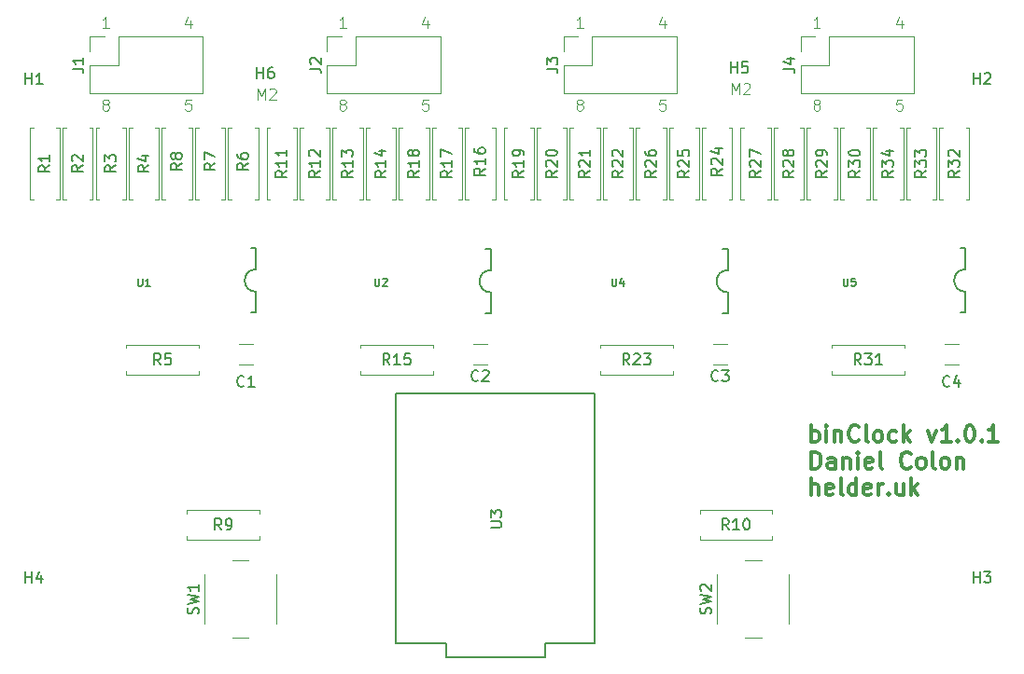
<source format=gto>
G04 #@! TF.GenerationSoftware,KiCad,Pcbnew,8.0.0*
G04 #@! TF.CreationDate,2024-03-17T17:04:49+00:00*
G04 #@! TF.ProjectId,binClock,62696e43-6c6f-4636-9b2e-6b696361645f,rev?*
G04 #@! TF.SameCoordinates,Original*
G04 #@! TF.FileFunction,Legend,Top*
G04 #@! TF.FilePolarity,Positive*
%FSLAX46Y46*%
G04 Gerber Fmt 4.6, Leading zero omitted, Abs format (unit mm)*
G04 Created by KiCad (PCBNEW 8.0.0) date 2024-03-17 17:04:49*
%MOMM*%
%LPD*%
G01*
G04 APERTURE LIST*
%ADD10C,0.100000*%
%ADD11C,0.300000*%
%ADD12C,0.150000*%
%ADD13C,0.127000*%
%ADD14C,0.152400*%
%ADD15C,0.120000*%
%ADD16O,1.524800X2.845600*%
%ADD17C,3.100000*%
%ADD18C,5.400000*%
%ADD19R,1.700000X1.700000*%
%ADD20O,1.700000X1.700000*%
%ADD21C,1.600000*%
%ADD22O,1.600000X1.600000*%
%ADD23C,2.600000*%
%ADD24C,4.400000*%
%ADD25C,2.109000*%
%ADD26C,2.000000*%
G04 APERTURE END LIST*
D10*
X117946741Y-89800990D02*
X117851503Y-89753371D01*
X117851503Y-89753371D02*
X117803884Y-89705752D01*
X117803884Y-89705752D02*
X117756265Y-89610514D01*
X117756265Y-89610514D02*
X117756265Y-89562895D01*
X117756265Y-89562895D02*
X117803884Y-89467657D01*
X117803884Y-89467657D02*
X117851503Y-89420038D01*
X117851503Y-89420038D02*
X117946741Y-89372419D01*
X117946741Y-89372419D02*
X118137217Y-89372419D01*
X118137217Y-89372419D02*
X118232455Y-89420038D01*
X118232455Y-89420038D02*
X118280074Y-89467657D01*
X118280074Y-89467657D02*
X118327693Y-89562895D01*
X118327693Y-89562895D02*
X118327693Y-89610514D01*
X118327693Y-89610514D02*
X118280074Y-89705752D01*
X118280074Y-89705752D02*
X118232455Y-89753371D01*
X118232455Y-89753371D02*
X118137217Y-89800990D01*
X118137217Y-89800990D02*
X117946741Y-89800990D01*
X117946741Y-89800990D02*
X117851503Y-89848609D01*
X117851503Y-89848609D02*
X117803884Y-89896228D01*
X117803884Y-89896228D02*
X117756265Y-89991466D01*
X117756265Y-89991466D02*
X117756265Y-90181942D01*
X117756265Y-90181942D02*
X117803884Y-90277180D01*
X117803884Y-90277180D02*
X117851503Y-90324800D01*
X117851503Y-90324800D02*
X117946741Y-90372419D01*
X117946741Y-90372419D02*
X118137217Y-90372419D01*
X118137217Y-90372419D02*
X118232455Y-90324800D01*
X118232455Y-90324800D02*
X118280074Y-90277180D01*
X118280074Y-90277180D02*
X118327693Y-90181942D01*
X118327693Y-90181942D02*
X118327693Y-89991466D01*
X118327693Y-89991466D02*
X118280074Y-89896228D01*
X118280074Y-89896228D02*
X118232455Y-89848609D01*
X118232455Y-89848609D02*
X118137217Y-89800990D01*
X125732455Y-82205752D02*
X125732455Y-82872419D01*
X125494360Y-81824800D02*
X125256265Y-82539085D01*
X125256265Y-82539085D02*
X125875312Y-82539085D01*
X190232455Y-82205752D02*
X190232455Y-82872419D01*
X189994360Y-81824800D02*
X189756265Y-82539085D01*
X189756265Y-82539085D02*
X190375312Y-82539085D01*
X139827693Y-82872419D02*
X139256265Y-82872419D01*
X139541979Y-82872419D02*
X139541979Y-81872419D01*
X139541979Y-81872419D02*
X139446741Y-82015276D01*
X139446741Y-82015276D02*
X139351503Y-82110514D01*
X139351503Y-82110514D02*
X139256265Y-82158133D01*
X131803884Y-89372419D02*
X131803884Y-88372419D01*
X131803884Y-88372419D02*
X132137217Y-89086704D01*
X132137217Y-89086704D02*
X132470550Y-88372419D01*
X132470550Y-88372419D02*
X132470550Y-89372419D01*
X132899122Y-88467657D02*
X132946741Y-88420038D01*
X132946741Y-88420038D02*
X133041979Y-88372419D01*
X133041979Y-88372419D02*
X133280074Y-88372419D01*
X133280074Y-88372419D02*
X133375312Y-88420038D01*
X133375312Y-88420038D02*
X133422931Y-88467657D01*
X133422931Y-88467657D02*
X133470550Y-88562895D01*
X133470550Y-88562895D02*
X133470550Y-88658133D01*
X133470550Y-88658133D02*
X133422931Y-88800990D01*
X133422931Y-88800990D02*
X132851503Y-89372419D01*
X132851503Y-89372419D02*
X133470550Y-89372419D01*
X182827693Y-82872419D02*
X182256265Y-82872419D01*
X182541979Y-82872419D02*
X182541979Y-81872419D01*
X182541979Y-81872419D02*
X182446741Y-82015276D01*
X182446741Y-82015276D02*
X182351503Y-82110514D01*
X182351503Y-82110514D02*
X182256265Y-82158133D01*
X168780074Y-89372419D02*
X168303884Y-89372419D01*
X168303884Y-89372419D02*
X168256265Y-89848609D01*
X168256265Y-89848609D02*
X168303884Y-89800990D01*
X168303884Y-89800990D02*
X168399122Y-89753371D01*
X168399122Y-89753371D02*
X168637217Y-89753371D01*
X168637217Y-89753371D02*
X168732455Y-89800990D01*
X168732455Y-89800990D02*
X168780074Y-89848609D01*
X168780074Y-89848609D02*
X168827693Y-89943847D01*
X168827693Y-89943847D02*
X168827693Y-90181942D01*
X168827693Y-90181942D02*
X168780074Y-90277180D01*
X168780074Y-90277180D02*
X168732455Y-90324800D01*
X168732455Y-90324800D02*
X168637217Y-90372419D01*
X168637217Y-90372419D02*
X168399122Y-90372419D01*
X168399122Y-90372419D02*
X168303884Y-90324800D01*
X168303884Y-90324800D02*
X168256265Y-90277180D01*
X190280074Y-89372419D02*
X189803884Y-89372419D01*
X189803884Y-89372419D02*
X189756265Y-89848609D01*
X189756265Y-89848609D02*
X189803884Y-89800990D01*
X189803884Y-89800990D02*
X189899122Y-89753371D01*
X189899122Y-89753371D02*
X190137217Y-89753371D01*
X190137217Y-89753371D02*
X190232455Y-89800990D01*
X190232455Y-89800990D02*
X190280074Y-89848609D01*
X190280074Y-89848609D02*
X190327693Y-89943847D01*
X190327693Y-89943847D02*
X190327693Y-90181942D01*
X190327693Y-90181942D02*
X190280074Y-90277180D01*
X190280074Y-90277180D02*
X190232455Y-90324800D01*
X190232455Y-90324800D02*
X190137217Y-90372419D01*
X190137217Y-90372419D02*
X189899122Y-90372419D01*
X189899122Y-90372419D02*
X189803884Y-90324800D01*
X189803884Y-90324800D02*
X189756265Y-90277180D01*
X147232455Y-82205752D02*
X147232455Y-82872419D01*
X146994360Y-81824800D02*
X146756265Y-82539085D01*
X146756265Y-82539085D02*
X147375312Y-82539085D01*
X182446741Y-89800990D02*
X182351503Y-89753371D01*
X182351503Y-89753371D02*
X182303884Y-89705752D01*
X182303884Y-89705752D02*
X182256265Y-89610514D01*
X182256265Y-89610514D02*
X182256265Y-89562895D01*
X182256265Y-89562895D02*
X182303884Y-89467657D01*
X182303884Y-89467657D02*
X182351503Y-89420038D01*
X182351503Y-89420038D02*
X182446741Y-89372419D01*
X182446741Y-89372419D02*
X182637217Y-89372419D01*
X182637217Y-89372419D02*
X182732455Y-89420038D01*
X182732455Y-89420038D02*
X182780074Y-89467657D01*
X182780074Y-89467657D02*
X182827693Y-89562895D01*
X182827693Y-89562895D02*
X182827693Y-89610514D01*
X182827693Y-89610514D02*
X182780074Y-89705752D01*
X182780074Y-89705752D02*
X182732455Y-89753371D01*
X182732455Y-89753371D02*
X182637217Y-89800990D01*
X182637217Y-89800990D02*
X182446741Y-89800990D01*
X182446741Y-89800990D02*
X182351503Y-89848609D01*
X182351503Y-89848609D02*
X182303884Y-89896228D01*
X182303884Y-89896228D02*
X182256265Y-89991466D01*
X182256265Y-89991466D02*
X182256265Y-90181942D01*
X182256265Y-90181942D02*
X182303884Y-90277180D01*
X182303884Y-90277180D02*
X182351503Y-90324800D01*
X182351503Y-90324800D02*
X182446741Y-90372419D01*
X182446741Y-90372419D02*
X182637217Y-90372419D01*
X182637217Y-90372419D02*
X182732455Y-90324800D01*
X182732455Y-90324800D02*
X182780074Y-90277180D01*
X182780074Y-90277180D02*
X182827693Y-90181942D01*
X182827693Y-90181942D02*
X182827693Y-89991466D01*
X182827693Y-89991466D02*
X182780074Y-89896228D01*
X182780074Y-89896228D02*
X182732455Y-89848609D01*
X182732455Y-89848609D02*
X182637217Y-89800990D01*
X139446741Y-89800990D02*
X139351503Y-89753371D01*
X139351503Y-89753371D02*
X139303884Y-89705752D01*
X139303884Y-89705752D02*
X139256265Y-89610514D01*
X139256265Y-89610514D02*
X139256265Y-89562895D01*
X139256265Y-89562895D02*
X139303884Y-89467657D01*
X139303884Y-89467657D02*
X139351503Y-89420038D01*
X139351503Y-89420038D02*
X139446741Y-89372419D01*
X139446741Y-89372419D02*
X139637217Y-89372419D01*
X139637217Y-89372419D02*
X139732455Y-89420038D01*
X139732455Y-89420038D02*
X139780074Y-89467657D01*
X139780074Y-89467657D02*
X139827693Y-89562895D01*
X139827693Y-89562895D02*
X139827693Y-89610514D01*
X139827693Y-89610514D02*
X139780074Y-89705752D01*
X139780074Y-89705752D02*
X139732455Y-89753371D01*
X139732455Y-89753371D02*
X139637217Y-89800990D01*
X139637217Y-89800990D02*
X139446741Y-89800990D01*
X139446741Y-89800990D02*
X139351503Y-89848609D01*
X139351503Y-89848609D02*
X139303884Y-89896228D01*
X139303884Y-89896228D02*
X139256265Y-89991466D01*
X139256265Y-89991466D02*
X139256265Y-90181942D01*
X139256265Y-90181942D02*
X139303884Y-90277180D01*
X139303884Y-90277180D02*
X139351503Y-90324800D01*
X139351503Y-90324800D02*
X139446741Y-90372419D01*
X139446741Y-90372419D02*
X139637217Y-90372419D01*
X139637217Y-90372419D02*
X139732455Y-90324800D01*
X139732455Y-90324800D02*
X139780074Y-90277180D01*
X139780074Y-90277180D02*
X139827693Y-90181942D01*
X139827693Y-90181942D02*
X139827693Y-89991466D01*
X139827693Y-89991466D02*
X139780074Y-89896228D01*
X139780074Y-89896228D02*
X139732455Y-89848609D01*
X139732455Y-89848609D02*
X139637217Y-89800990D01*
X147280074Y-89372419D02*
X146803884Y-89372419D01*
X146803884Y-89372419D02*
X146756265Y-89848609D01*
X146756265Y-89848609D02*
X146803884Y-89800990D01*
X146803884Y-89800990D02*
X146899122Y-89753371D01*
X146899122Y-89753371D02*
X147137217Y-89753371D01*
X147137217Y-89753371D02*
X147232455Y-89800990D01*
X147232455Y-89800990D02*
X147280074Y-89848609D01*
X147280074Y-89848609D02*
X147327693Y-89943847D01*
X147327693Y-89943847D02*
X147327693Y-90181942D01*
X147327693Y-90181942D02*
X147280074Y-90277180D01*
X147280074Y-90277180D02*
X147232455Y-90324800D01*
X147232455Y-90324800D02*
X147137217Y-90372419D01*
X147137217Y-90372419D02*
X146899122Y-90372419D01*
X146899122Y-90372419D02*
X146803884Y-90324800D01*
X146803884Y-90324800D02*
X146756265Y-90277180D01*
X160946741Y-89800990D02*
X160851503Y-89753371D01*
X160851503Y-89753371D02*
X160803884Y-89705752D01*
X160803884Y-89705752D02*
X160756265Y-89610514D01*
X160756265Y-89610514D02*
X160756265Y-89562895D01*
X160756265Y-89562895D02*
X160803884Y-89467657D01*
X160803884Y-89467657D02*
X160851503Y-89420038D01*
X160851503Y-89420038D02*
X160946741Y-89372419D01*
X160946741Y-89372419D02*
X161137217Y-89372419D01*
X161137217Y-89372419D02*
X161232455Y-89420038D01*
X161232455Y-89420038D02*
X161280074Y-89467657D01*
X161280074Y-89467657D02*
X161327693Y-89562895D01*
X161327693Y-89562895D02*
X161327693Y-89610514D01*
X161327693Y-89610514D02*
X161280074Y-89705752D01*
X161280074Y-89705752D02*
X161232455Y-89753371D01*
X161232455Y-89753371D02*
X161137217Y-89800990D01*
X161137217Y-89800990D02*
X160946741Y-89800990D01*
X160946741Y-89800990D02*
X160851503Y-89848609D01*
X160851503Y-89848609D02*
X160803884Y-89896228D01*
X160803884Y-89896228D02*
X160756265Y-89991466D01*
X160756265Y-89991466D02*
X160756265Y-90181942D01*
X160756265Y-90181942D02*
X160803884Y-90277180D01*
X160803884Y-90277180D02*
X160851503Y-90324800D01*
X160851503Y-90324800D02*
X160946741Y-90372419D01*
X160946741Y-90372419D02*
X161137217Y-90372419D01*
X161137217Y-90372419D02*
X161232455Y-90324800D01*
X161232455Y-90324800D02*
X161280074Y-90277180D01*
X161280074Y-90277180D02*
X161327693Y-90181942D01*
X161327693Y-90181942D02*
X161327693Y-89991466D01*
X161327693Y-89991466D02*
X161280074Y-89896228D01*
X161280074Y-89896228D02*
X161232455Y-89848609D01*
X161232455Y-89848609D02*
X161137217Y-89800990D01*
X125780074Y-89372419D02*
X125303884Y-89372419D01*
X125303884Y-89372419D02*
X125256265Y-89848609D01*
X125256265Y-89848609D02*
X125303884Y-89800990D01*
X125303884Y-89800990D02*
X125399122Y-89753371D01*
X125399122Y-89753371D02*
X125637217Y-89753371D01*
X125637217Y-89753371D02*
X125732455Y-89800990D01*
X125732455Y-89800990D02*
X125780074Y-89848609D01*
X125780074Y-89848609D02*
X125827693Y-89943847D01*
X125827693Y-89943847D02*
X125827693Y-90181942D01*
X125827693Y-90181942D02*
X125780074Y-90277180D01*
X125780074Y-90277180D02*
X125732455Y-90324800D01*
X125732455Y-90324800D02*
X125637217Y-90372419D01*
X125637217Y-90372419D02*
X125399122Y-90372419D01*
X125399122Y-90372419D02*
X125303884Y-90324800D01*
X125303884Y-90324800D02*
X125256265Y-90277180D01*
X168732455Y-82205752D02*
X168732455Y-82872419D01*
X168494360Y-81824800D02*
X168256265Y-82539085D01*
X168256265Y-82539085D02*
X168875312Y-82539085D01*
X174803884Y-88872419D02*
X174803884Y-87872419D01*
X174803884Y-87872419D02*
X175137217Y-88586704D01*
X175137217Y-88586704D02*
X175470550Y-87872419D01*
X175470550Y-87872419D02*
X175470550Y-88872419D01*
X175899122Y-87967657D02*
X175946741Y-87920038D01*
X175946741Y-87920038D02*
X176041979Y-87872419D01*
X176041979Y-87872419D02*
X176280074Y-87872419D01*
X176280074Y-87872419D02*
X176375312Y-87920038D01*
X176375312Y-87920038D02*
X176422931Y-87967657D01*
X176422931Y-87967657D02*
X176470550Y-88062895D01*
X176470550Y-88062895D02*
X176470550Y-88158133D01*
X176470550Y-88158133D02*
X176422931Y-88300990D01*
X176422931Y-88300990D02*
X175851503Y-88872419D01*
X175851503Y-88872419D02*
X176470550Y-88872419D01*
D11*
X182054510Y-120470996D02*
X182054510Y-118970996D01*
X182054510Y-119542425D02*
X182197368Y-119470996D01*
X182197368Y-119470996D02*
X182483082Y-119470996D01*
X182483082Y-119470996D02*
X182625939Y-119542425D01*
X182625939Y-119542425D02*
X182697368Y-119613853D01*
X182697368Y-119613853D02*
X182768796Y-119756710D01*
X182768796Y-119756710D02*
X182768796Y-120185282D01*
X182768796Y-120185282D02*
X182697368Y-120328139D01*
X182697368Y-120328139D02*
X182625939Y-120399568D01*
X182625939Y-120399568D02*
X182483082Y-120470996D01*
X182483082Y-120470996D02*
X182197368Y-120470996D01*
X182197368Y-120470996D02*
X182054510Y-120399568D01*
X183411653Y-120470996D02*
X183411653Y-119470996D01*
X183411653Y-118970996D02*
X183340225Y-119042425D01*
X183340225Y-119042425D02*
X183411653Y-119113853D01*
X183411653Y-119113853D02*
X183483082Y-119042425D01*
X183483082Y-119042425D02*
X183411653Y-118970996D01*
X183411653Y-118970996D02*
X183411653Y-119113853D01*
X184125939Y-119470996D02*
X184125939Y-120470996D01*
X184125939Y-119613853D02*
X184197368Y-119542425D01*
X184197368Y-119542425D02*
X184340225Y-119470996D01*
X184340225Y-119470996D02*
X184554511Y-119470996D01*
X184554511Y-119470996D02*
X184697368Y-119542425D01*
X184697368Y-119542425D02*
X184768797Y-119685282D01*
X184768797Y-119685282D02*
X184768797Y-120470996D01*
X186340225Y-120328139D02*
X186268797Y-120399568D01*
X186268797Y-120399568D02*
X186054511Y-120470996D01*
X186054511Y-120470996D02*
X185911654Y-120470996D01*
X185911654Y-120470996D02*
X185697368Y-120399568D01*
X185697368Y-120399568D02*
X185554511Y-120256710D01*
X185554511Y-120256710D02*
X185483082Y-120113853D01*
X185483082Y-120113853D02*
X185411654Y-119828139D01*
X185411654Y-119828139D02*
X185411654Y-119613853D01*
X185411654Y-119613853D02*
X185483082Y-119328139D01*
X185483082Y-119328139D02*
X185554511Y-119185282D01*
X185554511Y-119185282D02*
X185697368Y-119042425D01*
X185697368Y-119042425D02*
X185911654Y-118970996D01*
X185911654Y-118970996D02*
X186054511Y-118970996D01*
X186054511Y-118970996D02*
X186268797Y-119042425D01*
X186268797Y-119042425D02*
X186340225Y-119113853D01*
X187197368Y-120470996D02*
X187054511Y-120399568D01*
X187054511Y-120399568D02*
X186983082Y-120256710D01*
X186983082Y-120256710D02*
X186983082Y-118970996D01*
X187983082Y-120470996D02*
X187840225Y-120399568D01*
X187840225Y-120399568D02*
X187768796Y-120328139D01*
X187768796Y-120328139D02*
X187697368Y-120185282D01*
X187697368Y-120185282D02*
X187697368Y-119756710D01*
X187697368Y-119756710D02*
X187768796Y-119613853D01*
X187768796Y-119613853D02*
X187840225Y-119542425D01*
X187840225Y-119542425D02*
X187983082Y-119470996D01*
X187983082Y-119470996D02*
X188197368Y-119470996D01*
X188197368Y-119470996D02*
X188340225Y-119542425D01*
X188340225Y-119542425D02*
X188411654Y-119613853D01*
X188411654Y-119613853D02*
X188483082Y-119756710D01*
X188483082Y-119756710D02*
X188483082Y-120185282D01*
X188483082Y-120185282D02*
X188411654Y-120328139D01*
X188411654Y-120328139D02*
X188340225Y-120399568D01*
X188340225Y-120399568D02*
X188197368Y-120470996D01*
X188197368Y-120470996D02*
X187983082Y-120470996D01*
X189768797Y-120399568D02*
X189625939Y-120470996D01*
X189625939Y-120470996D02*
X189340225Y-120470996D01*
X189340225Y-120470996D02*
X189197368Y-120399568D01*
X189197368Y-120399568D02*
X189125939Y-120328139D01*
X189125939Y-120328139D02*
X189054511Y-120185282D01*
X189054511Y-120185282D02*
X189054511Y-119756710D01*
X189054511Y-119756710D02*
X189125939Y-119613853D01*
X189125939Y-119613853D02*
X189197368Y-119542425D01*
X189197368Y-119542425D02*
X189340225Y-119470996D01*
X189340225Y-119470996D02*
X189625939Y-119470996D01*
X189625939Y-119470996D02*
X189768797Y-119542425D01*
X190411653Y-120470996D02*
X190411653Y-118970996D01*
X190554511Y-119899568D02*
X190983082Y-120470996D01*
X190983082Y-119470996D02*
X190411653Y-120042425D01*
X192625939Y-119470996D02*
X192983082Y-120470996D01*
X192983082Y-120470996D02*
X193340225Y-119470996D01*
X194697368Y-120470996D02*
X193840225Y-120470996D01*
X194268796Y-120470996D02*
X194268796Y-118970996D01*
X194268796Y-118970996D02*
X194125939Y-119185282D01*
X194125939Y-119185282D02*
X193983082Y-119328139D01*
X193983082Y-119328139D02*
X193840225Y-119399568D01*
X195340224Y-120328139D02*
X195411653Y-120399568D01*
X195411653Y-120399568D02*
X195340224Y-120470996D01*
X195340224Y-120470996D02*
X195268796Y-120399568D01*
X195268796Y-120399568D02*
X195340224Y-120328139D01*
X195340224Y-120328139D02*
X195340224Y-120470996D01*
X196340225Y-118970996D02*
X196483082Y-118970996D01*
X196483082Y-118970996D02*
X196625939Y-119042425D01*
X196625939Y-119042425D02*
X196697368Y-119113853D01*
X196697368Y-119113853D02*
X196768796Y-119256710D01*
X196768796Y-119256710D02*
X196840225Y-119542425D01*
X196840225Y-119542425D02*
X196840225Y-119899568D01*
X196840225Y-119899568D02*
X196768796Y-120185282D01*
X196768796Y-120185282D02*
X196697368Y-120328139D01*
X196697368Y-120328139D02*
X196625939Y-120399568D01*
X196625939Y-120399568D02*
X196483082Y-120470996D01*
X196483082Y-120470996D02*
X196340225Y-120470996D01*
X196340225Y-120470996D02*
X196197368Y-120399568D01*
X196197368Y-120399568D02*
X196125939Y-120328139D01*
X196125939Y-120328139D02*
X196054510Y-120185282D01*
X196054510Y-120185282D02*
X195983082Y-119899568D01*
X195983082Y-119899568D02*
X195983082Y-119542425D01*
X195983082Y-119542425D02*
X196054510Y-119256710D01*
X196054510Y-119256710D02*
X196125939Y-119113853D01*
X196125939Y-119113853D02*
X196197368Y-119042425D01*
X196197368Y-119042425D02*
X196340225Y-118970996D01*
X197483081Y-120328139D02*
X197554510Y-120399568D01*
X197554510Y-120399568D02*
X197483081Y-120470996D01*
X197483081Y-120470996D02*
X197411653Y-120399568D01*
X197411653Y-120399568D02*
X197483081Y-120328139D01*
X197483081Y-120328139D02*
X197483081Y-120470996D01*
X198983082Y-120470996D02*
X198125939Y-120470996D01*
X198554510Y-120470996D02*
X198554510Y-118970996D01*
X198554510Y-118970996D02*
X198411653Y-119185282D01*
X198411653Y-119185282D02*
X198268796Y-119328139D01*
X198268796Y-119328139D02*
X198125939Y-119399568D01*
X182054510Y-122885912D02*
X182054510Y-121385912D01*
X182054510Y-121385912D02*
X182411653Y-121385912D01*
X182411653Y-121385912D02*
X182625939Y-121457341D01*
X182625939Y-121457341D02*
X182768796Y-121600198D01*
X182768796Y-121600198D02*
X182840225Y-121743055D01*
X182840225Y-121743055D02*
X182911653Y-122028769D01*
X182911653Y-122028769D02*
X182911653Y-122243055D01*
X182911653Y-122243055D02*
X182840225Y-122528769D01*
X182840225Y-122528769D02*
X182768796Y-122671626D01*
X182768796Y-122671626D02*
X182625939Y-122814484D01*
X182625939Y-122814484D02*
X182411653Y-122885912D01*
X182411653Y-122885912D02*
X182054510Y-122885912D01*
X184197368Y-122885912D02*
X184197368Y-122100198D01*
X184197368Y-122100198D02*
X184125939Y-121957341D01*
X184125939Y-121957341D02*
X183983082Y-121885912D01*
X183983082Y-121885912D02*
X183697368Y-121885912D01*
X183697368Y-121885912D02*
X183554510Y-121957341D01*
X184197368Y-122814484D02*
X184054510Y-122885912D01*
X184054510Y-122885912D02*
X183697368Y-122885912D01*
X183697368Y-122885912D02*
X183554510Y-122814484D01*
X183554510Y-122814484D02*
X183483082Y-122671626D01*
X183483082Y-122671626D02*
X183483082Y-122528769D01*
X183483082Y-122528769D02*
X183554510Y-122385912D01*
X183554510Y-122385912D02*
X183697368Y-122314484D01*
X183697368Y-122314484D02*
X184054510Y-122314484D01*
X184054510Y-122314484D02*
X184197368Y-122243055D01*
X184911653Y-121885912D02*
X184911653Y-122885912D01*
X184911653Y-122028769D02*
X184983082Y-121957341D01*
X184983082Y-121957341D02*
X185125939Y-121885912D01*
X185125939Y-121885912D02*
X185340225Y-121885912D01*
X185340225Y-121885912D02*
X185483082Y-121957341D01*
X185483082Y-121957341D02*
X185554511Y-122100198D01*
X185554511Y-122100198D02*
X185554511Y-122885912D01*
X186268796Y-122885912D02*
X186268796Y-121885912D01*
X186268796Y-121385912D02*
X186197368Y-121457341D01*
X186197368Y-121457341D02*
X186268796Y-121528769D01*
X186268796Y-121528769D02*
X186340225Y-121457341D01*
X186340225Y-121457341D02*
X186268796Y-121385912D01*
X186268796Y-121385912D02*
X186268796Y-121528769D01*
X187554511Y-122814484D02*
X187411654Y-122885912D01*
X187411654Y-122885912D02*
X187125940Y-122885912D01*
X187125940Y-122885912D02*
X186983082Y-122814484D01*
X186983082Y-122814484D02*
X186911654Y-122671626D01*
X186911654Y-122671626D02*
X186911654Y-122100198D01*
X186911654Y-122100198D02*
X186983082Y-121957341D01*
X186983082Y-121957341D02*
X187125940Y-121885912D01*
X187125940Y-121885912D02*
X187411654Y-121885912D01*
X187411654Y-121885912D02*
X187554511Y-121957341D01*
X187554511Y-121957341D02*
X187625940Y-122100198D01*
X187625940Y-122100198D02*
X187625940Y-122243055D01*
X187625940Y-122243055D02*
X186911654Y-122385912D01*
X188483082Y-122885912D02*
X188340225Y-122814484D01*
X188340225Y-122814484D02*
X188268796Y-122671626D01*
X188268796Y-122671626D02*
X188268796Y-121385912D01*
X191054510Y-122743055D02*
X190983082Y-122814484D01*
X190983082Y-122814484D02*
X190768796Y-122885912D01*
X190768796Y-122885912D02*
X190625939Y-122885912D01*
X190625939Y-122885912D02*
X190411653Y-122814484D01*
X190411653Y-122814484D02*
X190268796Y-122671626D01*
X190268796Y-122671626D02*
X190197367Y-122528769D01*
X190197367Y-122528769D02*
X190125939Y-122243055D01*
X190125939Y-122243055D02*
X190125939Y-122028769D01*
X190125939Y-122028769D02*
X190197367Y-121743055D01*
X190197367Y-121743055D02*
X190268796Y-121600198D01*
X190268796Y-121600198D02*
X190411653Y-121457341D01*
X190411653Y-121457341D02*
X190625939Y-121385912D01*
X190625939Y-121385912D02*
X190768796Y-121385912D01*
X190768796Y-121385912D02*
X190983082Y-121457341D01*
X190983082Y-121457341D02*
X191054510Y-121528769D01*
X191911653Y-122885912D02*
X191768796Y-122814484D01*
X191768796Y-122814484D02*
X191697367Y-122743055D01*
X191697367Y-122743055D02*
X191625939Y-122600198D01*
X191625939Y-122600198D02*
X191625939Y-122171626D01*
X191625939Y-122171626D02*
X191697367Y-122028769D01*
X191697367Y-122028769D02*
X191768796Y-121957341D01*
X191768796Y-121957341D02*
X191911653Y-121885912D01*
X191911653Y-121885912D02*
X192125939Y-121885912D01*
X192125939Y-121885912D02*
X192268796Y-121957341D01*
X192268796Y-121957341D02*
X192340225Y-122028769D01*
X192340225Y-122028769D02*
X192411653Y-122171626D01*
X192411653Y-122171626D02*
X192411653Y-122600198D01*
X192411653Y-122600198D02*
X192340225Y-122743055D01*
X192340225Y-122743055D02*
X192268796Y-122814484D01*
X192268796Y-122814484D02*
X192125939Y-122885912D01*
X192125939Y-122885912D02*
X191911653Y-122885912D01*
X193268796Y-122885912D02*
X193125939Y-122814484D01*
X193125939Y-122814484D02*
X193054510Y-122671626D01*
X193054510Y-122671626D02*
X193054510Y-121385912D01*
X194054510Y-122885912D02*
X193911653Y-122814484D01*
X193911653Y-122814484D02*
X193840224Y-122743055D01*
X193840224Y-122743055D02*
X193768796Y-122600198D01*
X193768796Y-122600198D02*
X193768796Y-122171626D01*
X193768796Y-122171626D02*
X193840224Y-122028769D01*
X193840224Y-122028769D02*
X193911653Y-121957341D01*
X193911653Y-121957341D02*
X194054510Y-121885912D01*
X194054510Y-121885912D02*
X194268796Y-121885912D01*
X194268796Y-121885912D02*
X194411653Y-121957341D01*
X194411653Y-121957341D02*
X194483082Y-122028769D01*
X194483082Y-122028769D02*
X194554510Y-122171626D01*
X194554510Y-122171626D02*
X194554510Y-122600198D01*
X194554510Y-122600198D02*
X194483082Y-122743055D01*
X194483082Y-122743055D02*
X194411653Y-122814484D01*
X194411653Y-122814484D02*
X194268796Y-122885912D01*
X194268796Y-122885912D02*
X194054510Y-122885912D01*
X195197367Y-121885912D02*
X195197367Y-122885912D01*
X195197367Y-122028769D02*
X195268796Y-121957341D01*
X195268796Y-121957341D02*
X195411653Y-121885912D01*
X195411653Y-121885912D02*
X195625939Y-121885912D01*
X195625939Y-121885912D02*
X195768796Y-121957341D01*
X195768796Y-121957341D02*
X195840225Y-122100198D01*
X195840225Y-122100198D02*
X195840225Y-122885912D01*
X182054510Y-125300828D02*
X182054510Y-123800828D01*
X182697368Y-125300828D02*
X182697368Y-124515114D01*
X182697368Y-124515114D02*
X182625939Y-124372257D01*
X182625939Y-124372257D02*
X182483082Y-124300828D01*
X182483082Y-124300828D02*
X182268796Y-124300828D01*
X182268796Y-124300828D02*
X182125939Y-124372257D01*
X182125939Y-124372257D02*
X182054510Y-124443685D01*
X183983082Y-125229400D02*
X183840225Y-125300828D01*
X183840225Y-125300828D02*
X183554511Y-125300828D01*
X183554511Y-125300828D02*
X183411653Y-125229400D01*
X183411653Y-125229400D02*
X183340225Y-125086542D01*
X183340225Y-125086542D02*
X183340225Y-124515114D01*
X183340225Y-124515114D02*
X183411653Y-124372257D01*
X183411653Y-124372257D02*
X183554511Y-124300828D01*
X183554511Y-124300828D02*
X183840225Y-124300828D01*
X183840225Y-124300828D02*
X183983082Y-124372257D01*
X183983082Y-124372257D02*
X184054511Y-124515114D01*
X184054511Y-124515114D02*
X184054511Y-124657971D01*
X184054511Y-124657971D02*
X183340225Y-124800828D01*
X184911653Y-125300828D02*
X184768796Y-125229400D01*
X184768796Y-125229400D02*
X184697367Y-125086542D01*
X184697367Y-125086542D02*
X184697367Y-123800828D01*
X186125939Y-125300828D02*
X186125939Y-123800828D01*
X186125939Y-125229400D02*
X185983081Y-125300828D01*
X185983081Y-125300828D02*
X185697367Y-125300828D01*
X185697367Y-125300828D02*
X185554510Y-125229400D01*
X185554510Y-125229400D02*
X185483081Y-125157971D01*
X185483081Y-125157971D02*
X185411653Y-125015114D01*
X185411653Y-125015114D02*
X185411653Y-124586542D01*
X185411653Y-124586542D02*
X185483081Y-124443685D01*
X185483081Y-124443685D02*
X185554510Y-124372257D01*
X185554510Y-124372257D02*
X185697367Y-124300828D01*
X185697367Y-124300828D02*
X185983081Y-124300828D01*
X185983081Y-124300828D02*
X186125939Y-124372257D01*
X187411653Y-125229400D02*
X187268796Y-125300828D01*
X187268796Y-125300828D02*
X186983082Y-125300828D01*
X186983082Y-125300828D02*
X186840224Y-125229400D01*
X186840224Y-125229400D02*
X186768796Y-125086542D01*
X186768796Y-125086542D02*
X186768796Y-124515114D01*
X186768796Y-124515114D02*
X186840224Y-124372257D01*
X186840224Y-124372257D02*
X186983082Y-124300828D01*
X186983082Y-124300828D02*
X187268796Y-124300828D01*
X187268796Y-124300828D02*
X187411653Y-124372257D01*
X187411653Y-124372257D02*
X187483082Y-124515114D01*
X187483082Y-124515114D02*
X187483082Y-124657971D01*
X187483082Y-124657971D02*
X186768796Y-124800828D01*
X188125938Y-125300828D02*
X188125938Y-124300828D01*
X188125938Y-124586542D02*
X188197367Y-124443685D01*
X188197367Y-124443685D02*
X188268796Y-124372257D01*
X188268796Y-124372257D02*
X188411653Y-124300828D01*
X188411653Y-124300828D02*
X188554510Y-124300828D01*
X189054509Y-125157971D02*
X189125938Y-125229400D01*
X189125938Y-125229400D02*
X189054509Y-125300828D01*
X189054509Y-125300828D02*
X188983081Y-125229400D01*
X188983081Y-125229400D02*
X189054509Y-125157971D01*
X189054509Y-125157971D02*
X189054509Y-125300828D01*
X190411653Y-124300828D02*
X190411653Y-125300828D01*
X189768795Y-124300828D02*
X189768795Y-125086542D01*
X189768795Y-125086542D02*
X189840224Y-125229400D01*
X189840224Y-125229400D02*
X189983081Y-125300828D01*
X189983081Y-125300828D02*
X190197367Y-125300828D01*
X190197367Y-125300828D02*
X190340224Y-125229400D01*
X190340224Y-125229400D02*
X190411653Y-125157971D01*
X191125938Y-125300828D02*
X191125938Y-123800828D01*
X191268796Y-124729400D02*
X191697367Y-125300828D01*
X191697367Y-124300828D02*
X191125938Y-124872257D01*
D10*
X161327693Y-82872419D02*
X160756265Y-82872419D01*
X161041979Y-82872419D02*
X161041979Y-81872419D01*
X161041979Y-81872419D02*
X160946741Y-82015276D01*
X160946741Y-82015276D02*
X160851503Y-82110514D01*
X160851503Y-82110514D02*
X160756265Y-82158133D01*
X118327693Y-82872419D02*
X117756265Y-82872419D01*
X118041979Y-82872419D02*
X118041979Y-81872419D01*
X118041979Y-81872419D02*
X117946741Y-82015276D01*
X117946741Y-82015276D02*
X117851503Y-82110514D01*
X117851503Y-82110514D02*
X117756265Y-82158133D01*
D12*
X163966598Y-105615985D02*
X163966598Y-106182725D01*
X163966598Y-106182725D02*
X163999935Y-106249400D01*
X163999935Y-106249400D02*
X164033273Y-106282738D01*
X164033273Y-106282738D02*
X164099948Y-106316075D01*
X164099948Y-106316075D02*
X164233299Y-106316075D01*
X164233299Y-106316075D02*
X164299974Y-106282738D01*
X164299974Y-106282738D02*
X164333311Y-106249400D01*
X164333311Y-106249400D02*
X164366649Y-106182725D01*
X164366649Y-106182725D02*
X164366649Y-105615985D01*
X165000064Y-105849348D02*
X165000064Y-106316075D01*
X164833376Y-105582648D02*
X164666688Y-106082712D01*
X164666688Y-106082712D02*
X165100077Y-106082712D01*
X196738095Y-133254819D02*
X196738095Y-132254819D01*
X196738095Y-132731009D02*
X197309523Y-132731009D01*
X197309523Y-133254819D02*
X197309523Y-132254819D01*
X197690476Y-132254819D02*
X198309523Y-132254819D01*
X198309523Y-132254819D02*
X197976190Y-132635771D01*
X197976190Y-132635771D02*
X198119047Y-132635771D01*
X198119047Y-132635771D02*
X198214285Y-132683390D01*
X198214285Y-132683390D02*
X198261904Y-132731009D01*
X198261904Y-132731009D02*
X198309523Y-132826247D01*
X198309523Y-132826247D02*
X198309523Y-133064342D01*
X198309523Y-133064342D02*
X198261904Y-133159580D01*
X198261904Y-133159580D02*
X198214285Y-133207200D01*
X198214285Y-133207200D02*
X198119047Y-133254819D01*
X198119047Y-133254819D02*
X197833333Y-133254819D01*
X197833333Y-133254819D02*
X197738095Y-133207200D01*
X197738095Y-133207200D02*
X197690476Y-133159580D01*
X115024819Y-86573333D02*
X115739104Y-86573333D01*
X115739104Y-86573333D02*
X115881961Y-86620952D01*
X115881961Y-86620952D02*
X115977200Y-86716190D01*
X115977200Y-86716190D02*
X116024819Y-86859047D01*
X116024819Y-86859047D02*
X116024819Y-86954285D01*
X116024819Y-85573333D02*
X116024819Y-86144761D01*
X116024819Y-85859047D02*
X115024819Y-85859047D01*
X115024819Y-85859047D02*
X115167676Y-85954285D01*
X115167676Y-85954285D02*
X115262914Y-86049523D01*
X115262914Y-86049523D02*
X115310533Y-86144761D01*
X158024819Y-86573333D02*
X158739104Y-86573333D01*
X158739104Y-86573333D02*
X158881961Y-86620952D01*
X158881961Y-86620952D02*
X158977200Y-86716190D01*
X158977200Y-86716190D02*
X159024819Y-86859047D01*
X159024819Y-86859047D02*
X159024819Y-86954285D01*
X158024819Y-86192380D02*
X158024819Y-85573333D01*
X158024819Y-85573333D02*
X158405771Y-85906666D01*
X158405771Y-85906666D02*
X158405771Y-85763809D01*
X158405771Y-85763809D02*
X158453390Y-85668571D01*
X158453390Y-85668571D02*
X158501009Y-85620952D01*
X158501009Y-85620952D02*
X158596247Y-85573333D01*
X158596247Y-85573333D02*
X158834342Y-85573333D01*
X158834342Y-85573333D02*
X158929580Y-85620952D01*
X158929580Y-85620952D02*
X158977200Y-85668571D01*
X158977200Y-85668571D02*
X159024819Y-85763809D01*
X159024819Y-85763809D02*
X159024819Y-86049523D01*
X159024819Y-86049523D02*
X158977200Y-86144761D01*
X158977200Y-86144761D02*
X158929580Y-86192380D01*
X196738095Y-87954819D02*
X196738095Y-86954819D01*
X196738095Y-87431009D02*
X197309523Y-87431009D01*
X197309523Y-87954819D02*
X197309523Y-86954819D01*
X197738095Y-87050057D02*
X197785714Y-87002438D01*
X197785714Y-87002438D02*
X197880952Y-86954819D01*
X197880952Y-86954819D02*
X198119047Y-86954819D01*
X198119047Y-86954819D02*
X198214285Y-87002438D01*
X198214285Y-87002438D02*
X198261904Y-87050057D01*
X198261904Y-87050057D02*
X198309523Y-87145295D01*
X198309523Y-87145295D02*
X198309523Y-87240533D01*
X198309523Y-87240533D02*
X198261904Y-87383390D01*
X198261904Y-87383390D02*
X197690476Y-87954819D01*
X197690476Y-87954819D02*
X198309523Y-87954819D01*
X120966598Y-105615985D02*
X120966598Y-106182725D01*
X120966598Y-106182725D02*
X120999935Y-106249400D01*
X120999935Y-106249400D02*
X121033273Y-106282738D01*
X121033273Y-106282738D02*
X121099948Y-106316075D01*
X121099948Y-106316075D02*
X121233299Y-106316075D01*
X121233299Y-106316075D02*
X121299974Y-106282738D01*
X121299974Y-106282738D02*
X121333311Y-106249400D01*
X121333311Y-106249400D02*
X121366649Y-106182725D01*
X121366649Y-106182725D02*
X121366649Y-105615985D01*
X122066739Y-106316075D02*
X121666688Y-106316075D01*
X121866714Y-106316075D02*
X121866714Y-105615985D01*
X121866714Y-105615985D02*
X121800038Y-105715998D01*
X121800038Y-105715998D02*
X121733363Y-105782673D01*
X121733363Y-105782673D02*
X121666688Y-105816011D01*
X195454819Y-95832857D02*
X194978628Y-96166190D01*
X195454819Y-96404285D02*
X194454819Y-96404285D01*
X194454819Y-96404285D02*
X194454819Y-96023333D01*
X194454819Y-96023333D02*
X194502438Y-95928095D01*
X194502438Y-95928095D02*
X194550057Y-95880476D01*
X194550057Y-95880476D02*
X194645295Y-95832857D01*
X194645295Y-95832857D02*
X194788152Y-95832857D01*
X194788152Y-95832857D02*
X194883390Y-95880476D01*
X194883390Y-95880476D02*
X194931009Y-95928095D01*
X194931009Y-95928095D02*
X194978628Y-96023333D01*
X194978628Y-96023333D02*
X194978628Y-96404285D01*
X194454819Y-95499523D02*
X194454819Y-94880476D01*
X194454819Y-94880476D02*
X194835771Y-95213809D01*
X194835771Y-95213809D02*
X194835771Y-95070952D01*
X194835771Y-95070952D02*
X194883390Y-94975714D01*
X194883390Y-94975714D02*
X194931009Y-94928095D01*
X194931009Y-94928095D02*
X195026247Y-94880476D01*
X195026247Y-94880476D02*
X195264342Y-94880476D01*
X195264342Y-94880476D02*
X195359580Y-94928095D01*
X195359580Y-94928095D02*
X195407200Y-94975714D01*
X195407200Y-94975714D02*
X195454819Y-95070952D01*
X195454819Y-95070952D02*
X195454819Y-95356666D01*
X195454819Y-95356666D02*
X195407200Y-95451904D01*
X195407200Y-95451904D02*
X195359580Y-95499523D01*
X194550057Y-94499523D02*
X194502438Y-94451904D01*
X194502438Y-94451904D02*
X194454819Y-94356666D01*
X194454819Y-94356666D02*
X194454819Y-94118571D01*
X194454819Y-94118571D02*
X194502438Y-94023333D01*
X194502438Y-94023333D02*
X194550057Y-93975714D01*
X194550057Y-93975714D02*
X194645295Y-93928095D01*
X194645295Y-93928095D02*
X194740533Y-93928095D01*
X194740533Y-93928095D02*
X194883390Y-93975714D01*
X194883390Y-93975714D02*
X195454819Y-94547142D01*
X195454819Y-94547142D02*
X195454819Y-93928095D01*
X137454819Y-95832857D02*
X136978628Y-96166190D01*
X137454819Y-96404285D02*
X136454819Y-96404285D01*
X136454819Y-96404285D02*
X136454819Y-96023333D01*
X136454819Y-96023333D02*
X136502438Y-95928095D01*
X136502438Y-95928095D02*
X136550057Y-95880476D01*
X136550057Y-95880476D02*
X136645295Y-95832857D01*
X136645295Y-95832857D02*
X136788152Y-95832857D01*
X136788152Y-95832857D02*
X136883390Y-95880476D01*
X136883390Y-95880476D02*
X136931009Y-95928095D01*
X136931009Y-95928095D02*
X136978628Y-96023333D01*
X136978628Y-96023333D02*
X136978628Y-96404285D01*
X137454819Y-94880476D02*
X137454819Y-95451904D01*
X137454819Y-95166190D02*
X136454819Y-95166190D01*
X136454819Y-95166190D02*
X136597676Y-95261428D01*
X136597676Y-95261428D02*
X136692914Y-95356666D01*
X136692914Y-95356666D02*
X136740533Y-95451904D01*
X136550057Y-94499523D02*
X136502438Y-94451904D01*
X136502438Y-94451904D02*
X136454819Y-94356666D01*
X136454819Y-94356666D02*
X136454819Y-94118571D01*
X136454819Y-94118571D02*
X136502438Y-94023333D01*
X136502438Y-94023333D02*
X136550057Y-93975714D01*
X136550057Y-93975714D02*
X136645295Y-93928095D01*
X136645295Y-93928095D02*
X136740533Y-93928095D01*
X136740533Y-93928095D02*
X136883390Y-93975714D01*
X136883390Y-93975714D02*
X137454819Y-94547142D01*
X137454819Y-94547142D02*
X137454819Y-93928095D01*
X174738095Y-86954819D02*
X174738095Y-85954819D01*
X174738095Y-86431009D02*
X175309523Y-86431009D01*
X175309523Y-86954819D02*
X175309523Y-85954819D01*
X176261904Y-85954819D02*
X175785714Y-85954819D01*
X175785714Y-85954819D02*
X175738095Y-86431009D01*
X175738095Y-86431009D02*
X175785714Y-86383390D01*
X175785714Y-86383390D02*
X175880952Y-86335771D01*
X175880952Y-86335771D02*
X176119047Y-86335771D01*
X176119047Y-86335771D02*
X176214285Y-86383390D01*
X176214285Y-86383390D02*
X176261904Y-86431009D01*
X176261904Y-86431009D02*
X176309523Y-86526247D01*
X176309523Y-86526247D02*
X176309523Y-86764342D01*
X176309523Y-86764342D02*
X176261904Y-86859580D01*
X176261904Y-86859580D02*
X176214285Y-86907200D01*
X176214285Y-86907200D02*
X176119047Y-86954819D01*
X176119047Y-86954819D02*
X175880952Y-86954819D01*
X175880952Y-86954819D02*
X175785714Y-86907200D01*
X175785714Y-86907200D02*
X175738095Y-86859580D01*
X134454819Y-95832857D02*
X133978628Y-96166190D01*
X134454819Y-96404285D02*
X133454819Y-96404285D01*
X133454819Y-96404285D02*
X133454819Y-96023333D01*
X133454819Y-96023333D02*
X133502438Y-95928095D01*
X133502438Y-95928095D02*
X133550057Y-95880476D01*
X133550057Y-95880476D02*
X133645295Y-95832857D01*
X133645295Y-95832857D02*
X133788152Y-95832857D01*
X133788152Y-95832857D02*
X133883390Y-95880476D01*
X133883390Y-95880476D02*
X133931009Y-95928095D01*
X133931009Y-95928095D02*
X133978628Y-96023333D01*
X133978628Y-96023333D02*
X133978628Y-96404285D01*
X134454819Y-94880476D02*
X134454819Y-95451904D01*
X134454819Y-95166190D02*
X133454819Y-95166190D01*
X133454819Y-95166190D02*
X133597676Y-95261428D01*
X133597676Y-95261428D02*
X133692914Y-95356666D01*
X133692914Y-95356666D02*
X133740533Y-95451904D01*
X134454819Y-93928095D02*
X134454819Y-94499523D01*
X134454819Y-94213809D02*
X133454819Y-94213809D01*
X133454819Y-94213809D02*
X133597676Y-94309047D01*
X133597676Y-94309047D02*
X133692914Y-94404285D01*
X133692914Y-94404285D02*
X133740533Y-94499523D01*
X128523333Y-128454819D02*
X128190000Y-127978628D01*
X127951905Y-128454819D02*
X127951905Y-127454819D01*
X127951905Y-127454819D02*
X128332857Y-127454819D01*
X128332857Y-127454819D02*
X128428095Y-127502438D01*
X128428095Y-127502438D02*
X128475714Y-127550057D01*
X128475714Y-127550057D02*
X128523333Y-127645295D01*
X128523333Y-127645295D02*
X128523333Y-127788152D01*
X128523333Y-127788152D02*
X128475714Y-127883390D01*
X128475714Y-127883390D02*
X128428095Y-127931009D01*
X128428095Y-127931009D02*
X128332857Y-127978628D01*
X128332857Y-127978628D02*
X127951905Y-127978628D01*
X128999524Y-128454819D02*
X129190000Y-128454819D01*
X129190000Y-128454819D02*
X129285238Y-128407200D01*
X129285238Y-128407200D02*
X129332857Y-128359580D01*
X129332857Y-128359580D02*
X129428095Y-128216723D01*
X129428095Y-128216723D02*
X129475714Y-128026247D01*
X129475714Y-128026247D02*
X129475714Y-127645295D01*
X129475714Y-127645295D02*
X129428095Y-127550057D01*
X129428095Y-127550057D02*
X129380476Y-127502438D01*
X129380476Y-127502438D02*
X129285238Y-127454819D01*
X129285238Y-127454819D02*
X129094762Y-127454819D01*
X129094762Y-127454819D02*
X128999524Y-127502438D01*
X128999524Y-127502438D02*
X128951905Y-127550057D01*
X128951905Y-127550057D02*
X128904286Y-127645295D01*
X128904286Y-127645295D02*
X128904286Y-127883390D01*
X128904286Y-127883390D02*
X128951905Y-127978628D01*
X128951905Y-127978628D02*
X128999524Y-128026247D01*
X128999524Y-128026247D02*
X129094762Y-128073866D01*
X129094762Y-128073866D02*
X129285238Y-128073866D01*
X129285238Y-128073866D02*
X129380476Y-128026247D01*
X129380476Y-128026247D02*
X129428095Y-127978628D01*
X129428095Y-127978628D02*
X129475714Y-127883390D01*
X131738095Y-87454819D02*
X131738095Y-86454819D01*
X131738095Y-86931009D02*
X132309523Y-86931009D01*
X132309523Y-87454819D02*
X132309523Y-86454819D01*
X133214285Y-86454819D02*
X133023809Y-86454819D01*
X133023809Y-86454819D02*
X132928571Y-86502438D01*
X132928571Y-86502438D02*
X132880952Y-86550057D01*
X132880952Y-86550057D02*
X132785714Y-86692914D01*
X132785714Y-86692914D02*
X132738095Y-86883390D01*
X132738095Y-86883390D02*
X132738095Y-87264342D01*
X132738095Y-87264342D02*
X132785714Y-87359580D01*
X132785714Y-87359580D02*
X132833333Y-87407200D01*
X132833333Y-87407200D02*
X132928571Y-87454819D01*
X132928571Y-87454819D02*
X133119047Y-87454819D01*
X133119047Y-87454819D02*
X133214285Y-87407200D01*
X133214285Y-87407200D02*
X133261904Y-87359580D01*
X133261904Y-87359580D02*
X133309523Y-87264342D01*
X133309523Y-87264342D02*
X133309523Y-87026247D01*
X133309523Y-87026247D02*
X133261904Y-86931009D01*
X133261904Y-86931009D02*
X133214285Y-86883390D01*
X133214285Y-86883390D02*
X133119047Y-86835771D01*
X133119047Y-86835771D02*
X132928571Y-86835771D01*
X132928571Y-86835771D02*
X132833333Y-86883390D01*
X132833333Y-86883390D02*
X132785714Y-86931009D01*
X132785714Y-86931009D02*
X132738095Y-87026247D01*
X167954819Y-95832857D02*
X167478628Y-96166190D01*
X167954819Y-96404285D02*
X166954819Y-96404285D01*
X166954819Y-96404285D02*
X166954819Y-96023333D01*
X166954819Y-96023333D02*
X167002438Y-95928095D01*
X167002438Y-95928095D02*
X167050057Y-95880476D01*
X167050057Y-95880476D02*
X167145295Y-95832857D01*
X167145295Y-95832857D02*
X167288152Y-95832857D01*
X167288152Y-95832857D02*
X167383390Y-95880476D01*
X167383390Y-95880476D02*
X167431009Y-95928095D01*
X167431009Y-95928095D02*
X167478628Y-96023333D01*
X167478628Y-96023333D02*
X167478628Y-96404285D01*
X167050057Y-95451904D02*
X167002438Y-95404285D01*
X167002438Y-95404285D02*
X166954819Y-95309047D01*
X166954819Y-95309047D02*
X166954819Y-95070952D01*
X166954819Y-95070952D02*
X167002438Y-94975714D01*
X167002438Y-94975714D02*
X167050057Y-94928095D01*
X167050057Y-94928095D02*
X167145295Y-94880476D01*
X167145295Y-94880476D02*
X167240533Y-94880476D01*
X167240533Y-94880476D02*
X167383390Y-94928095D01*
X167383390Y-94928095D02*
X167954819Y-95499523D01*
X167954819Y-95499523D02*
X167954819Y-94880476D01*
X166954819Y-94023333D02*
X166954819Y-94213809D01*
X166954819Y-94213809D02*
X167002438Y-94309047D01*
X167002438Y-94309047D02*
X167050057Y-94356666D01*
X167050057Y-94356666D02*
X167192914Y-94451904D01*
X167192914Y-94451904D02*
X167383390Y-94499523D01*
X167383390Y-94499523D02*
X167764342Y-94499523D01*
X167764342Y-94499523D02*
X167859580Y-94451904D01*
X167859580Y-94451904D02*
X167907200Y-94404285D01*
X167907200Y-94404285D02*
X167954819Y-94309047D01*
X167954819Y-94309047D02*
X167954819Y-94118571D01*
X167954819Y-94118571D02*
X167907200Y-94023333D01*
X167907200Y-94023333D02*
X167859580Y-93975714D01*
X167859580Y-93975714D02*
X167764342Y-93928095D01*
X167764342Y-93928095D02*
X167526247Y-93928095D01*
X167526247Y-93928095D02*
X167431009Y-93975714D01*
X167431009Y-93975714D02*
X167383390Y-94023333D01*
X167383390Y-94023333D02*
X167335771Y-94118571D01*
X167335771Y-94118571D02*
X167335771Y-94309047D01*
X167335771Y-94309047D02*
X167383390Y-94404285D01*
X167383390Y-94404285D02*
X167431009Y-94451904D01*
X167431009Y-94451904D02*
X167526247Y-94499523D01*
X170954819Y-95832857D02*
X170478628Y-96166190D01*
X170954819Y-96404285D02*
X169954819Y-96404285D01*
X169954819Y-96404285D02*
X169954819Y-96023333D01*
X169954819Y-96023333D02*
X170002438Y-95928095D01*
X170002438Y-95928095D02*
X170050057Y-95880476D01*
X170050057Y-95880476D02*
X170145295Y-95832857D01*
X170145295Y-95832857D02*
X170288152Y-95832857D01*
X170288152Y-95832857D02*
X170383390Y-95880476D01*
X170383390Y-95880476D02*
X170431009Y-95928095D01*
X170431009Y-95928095D02*
X170478628Y-96023333D01*
X170478628Y-96023333D02*
X170478628Y-96404285D01*
X170050057Y-95451904D02*
X170002438Y-95404285D01*
X170002438Y-95404285D02*
X169954819Y-95309047D01*
X169954819Y-95309047D02*
X169954819Y-95070952D01*
X169954819Y-95070952D02*
X170002438Y-94975714D01*
X170002438Y-94975714D02*
X170050057Y-94928095D01*
X170050057Y-94928095D02*
X170145295Y-94880476D01*
X170145295Y-94880476D02*
X170240533Y-94880476D01*
X170240533Y-94880476D02*
X170383390Y-94928095D01*
X170383390Y-94928095D02*
X170954819Y-95499523D01*
X170954819Y-95499523D02*
X170954819Y-94880476D01*
X169954819Y-93975714D02*
X169954819Y-94451904D01*
X169954819Y-94451904D02*
X170431009Y-94499523D01*
X170431009Y-94499523D02*
X170383390Y-94451904D01*
X170383390Y-94451904D02*
X170335771Y-94356666D01*
X170335771Y-94356666D02*
X170335771Y-94118571D01*
X170335771Y-94118571D02*
X170383390Y-94023333D01*
X170383390Y-94023333D02*
X170431009Y-93975714D01*
X170431009Y-93975714D02*
X170526247Y-93928095D01*
X170526247Y-93928095D02*
X170764342Y-93928095D01*
X170764342Y-93928095D02*
X170859580Y-93975714D01*
X170859580Y-93975714D02*
X170907200Y-94023333D01*
X170907200Y-94023333D02*
X170954819Y-94118571D01*
X170954819Y-94118571D02*
X170954819Y-94356666D01*
X170954819Y-94356666D02*
X170907200Y-94451904D01*
X170907200Y-94451904D02*
X170859580Y-94499523D01*
X121954819Y-95356666D02*
X121478628Y-95689999D01*
X121954819Y-95928094D02*
X120954819Y-95928094D01*
X120954819Y-95928094D02*
X120954819Y-95547142D01*
X120954819Y-95547142D02*
X121002438Y-95451904D01*
X121002438Y-95451904D02*
X121050057Y-95404285D01*
X121050057Y-95404285D02*
X121145295Y-95356666D01*
X121145295Y-95356666D02*
X121288152Y-95356666D01*
X121288152Y-95356666D02*
X121383390Y-95404285D01*
X121383390Y-95404285D02*
X121431009Y-95451904D01*
X121431009Y-95451904D02*
X121478628Y-95547142D01*
X121478628Y-95547142D02*
X121478628Y-95928094D01*
X121288152Y-94499523D02*
X121954819Y-94499523D01*
X120907200Y-94737618D02*
X121621485Y-94975713D01*
X121621485Y-94975713D02*
X121621485Y-94356666D01*
X124954819Y-95166666D02*
X124478628Y-95499999D01*
X124954819Y-95738094D02*
X123954819Y-95738094D01*
X123954819Y-95738094D02*
X123954819Y-95357142D01*
X123954819Y-95357142D02*
X124002438Y-95261904D01*
X124002438Y-95261904D02*
X124050057Y-95214285D01*
X124050057Y-95214285D02*
X124145295Y-95166666D01*
X124145295Y-95166666D02*
X124288152Y-95166666D01*
X124288152Y-95166666D02*
X124383390Y-95214285D01*
X124383390Y-95214285D02*
X124431009Y-95261904D01*
X124431009Y-95261904D02*
X124478628Y-95357142D01*
X124478628Y-95357142D02*
X124478628Y-95738094D01*
X124383390Y-94595237D02*
X124335771Y-94690475D01*
X124335771Y-94690475D02*
X124288152Y-94738094D01*
X124288152Y-94738094D02*
X124192914Y-94785713D01*
X124192914Y-94785713D02*
X124145295Y-94785713D01*
X124145295Y-94785713D02*
X124050057Y-94738094D01*
X124050057Y-94738094D02*
X124002438Y-94690475D01*
X124002438Y-94690475D02*
X123954819Y-94595237D01*
X123954819Y-94595237D02*
X123954819Y-94404761D01*
X123954819Y-94404761D02*
X124002438Y-94309523D01*
X124002438Y-94309523D02*
X124050057Y-94261904D01*
X124050057Y-94261904D02*
X124145295Y-94214285D01*
X124145295Y-94214285D02*
X124192914Y-94214285D01*
X124192914Y-94214285D02*
X124288152Y-94261904D01*
X124288152Y-94261904D02*
X124335771Y-94309523D01*
X124335771Y-94309523D02*
X124383390Y-94404761D01*
X124383390Y-94404761D02*
X124383390Y-94595237D01*
X124383390Y-94595237D02*
X124431009Y-94690475D01*
X124431009Y-94690475D02*
X124478628Y-94738094D01*
X124478628Y-94738094D02*
X124573866Y-94785713D01*
X124573866Y-94785713D02*
X124764342Y-94785713D01*
X124764342Y-94785713D02*
X124859580Y-94738094D01*
X124859580Y-94738094D02*
X124907200Y-94690475D01*
X124907200Y-94690475D02*
X124954819Y-94595237D01*
X124954819Y-94595237D02*
X124954819Y-94404761D01*
X124954819Y-94404761D02*
X124907200Y-94309523D01*
X124907200Y-94309523D02*
X124859580Y-94261904D01*
X124859580Y-94261904D02*
X124764342Y-94214285D01*
X124764342Y-94214285D02*
X124573866Y-94214285D01*
X124573866Y-94214285D02*
X124478628Y-94261904D01*
X124478628Y-94261904D02*
X124431009Y-94309523D01*
X124431009Y-94309523D02*
X124383390Y-94404761D01*
X186454819Y-95832857D02*
X185978628Y-96166190D01*
X186454819Y-96404285D02*
X185454819Y-96404285D01*
X185454819Y-96404285D02*
X185454819Y-96023333D01*
X185454819Y-96023333D02*
X185502438Y-95928095D01*
X185502438Y-95928095D02*
X185550057Y-95880476D01*
X185550057Y-95880476D02*
X185645295Y-95832857D01*
X185645295Y-95832857D02*
X185788152Y-95832857D01*
X185788152Y-95832857D02*
X185883390Y-95880476D01*
X185883390Y-95880476D02*
X185931009Y-95928095D01*
X185931009Y-95928095D02*
X185978628Y-96023333D01*
X185978628Y-96023333D02*
X185978628Y-96404285D01*
X185454819Y-95499523D02*
X185454819Y-94880476D01*
X185454819Y-94880476D02*
X185835771Y-95213809D01*
X185835771Y-95213809D02*
X185835771Y-95070952D01*
X185835771Y-95070952D02*
X185883390Y-94975714D01*
X185883390Y-94975714D02*
X185931009Y-94928095D01*
X185931009Y-94928095D02*
X186026247Y-94880476D01*
X186026247Y-94880476D02*
X186264342Y-94880476D01*
X186264342Y-94880476D02*
X186359580Y-94928095D01*
X186359580Y-94928095D02*
X186407200Y-94975714D01*
X186407200Y-94975714D02*
X186454819Y-95070952D01*
X186454819Y-95070952D02*
X186454819Y-95356666D01*
X186454819Y-95356666D02*
X186407200Y-95451904D01*
X186407200Y-95451904D02*
X186359580Y-95499523D01*
X185454819Y-94261428D02*
X185454819Y-94166190D01*
X185454819Y-94166190D02*
X185502438Y-94070952D01*
X185502438Y-94070952D02*
X185550057Y-94023333D01*
X185550057Y-94023333D02*
X185645295Y-93975714D01*
X185645295Y-93975714D02*
X185835771Y-93928095D01*
X185835771Y-93928095D02*
X186073866Y-93928095D01*
X186073866Y-93928095D02*
X186264342Y-93975714D01*
X186264342Y-93975714D02*
X186359580Y-94023333D01*
X186359580Y-94023333D02*
X186407200Y-94070952D01*
X186407200Y-94070952D02*
X186454819Y-94166190D01*
X186454819Y-94166190D02*
X186454819Y-94261428D01*
X186454819Y-94261428D02*
X186407200Y-94356666D01*
X186407200Y-94356666D02*
X186359580Y-94404285D01*
X186359580Y-94404285D02*
X186264342Y-94451904D01*
X186264342Y-94451904D02*
X186073866Y-94499523D01*
X186073866Y-94499523D02*
X185835771Y-94499523D01*
X185835771Y-94499523D02*
X185645295Y-94451904D01*
X185645295Y-94451904D02*
X185550057Y-94404285D01*
X185550057Y-94404285D02*
X185502438Y-94356666D01*
X185502438Y-94356666D02*
X185454819Y-94261428D01*
X152954819Y-128261904D02*
X153764342Y-128261904D01*
X153764342Y-128261904D02*
X153859580Y-128214285D01*
X153859580Y-128214285D02*
X153907200Y-128166666D01*
X153907200Y-128166666D02*
X153954819Y-128071428D01*
X153954819Y-128071428D02*
X153954819Y-127880952D01*
X153954819Y-127880952D02*
X153907200Y-127785714D01*
X153907200Y-127785714D02*
X153859580Y-127738095D01*
X153859580Y-127738095D02*
X153764342Y-127690476D01*
X153764342Y-127690476D02*
X152954819Y-127690476D01*
X152954819Y-127309523D02*
X152954819Y-126690476D01*
X152954819Y-126690476D02*
X153335771Y-127023809D01*
X153335771Y-127023809D02*
X153335771Y-126880952D01*
X153335771Y-126880952D02*
X153383390Y-126785714D01*
X153383390Y-126785714D02*
X153431009Y-126738095D01*
X153431009Y-126738095D02*
X153526247Y-126690476D01*
X153526247Y-126690476D02*
X153764342Y-126690476D01*
X153764342Y-126690476D02*
X153859580Y-126738095D01*
X153859580Y-126738095D02*
X153907200Y-126785714D01*
X153907200Y-126785714D02*
X153954819Y-126880952D01*
X153954819Y-126880952D02*
X153954819Y-127166666D01*
X153954819Y-127166666D02*
X153907200Y-127261904D01*
X153907200Y-127261904D02*
X153859580Y-127309523D01*
X112954819Y-95356666D02*
X112478628Y-95689999D01*
X112954819Y-95928094D02*
X111954819Y-95928094D01*
X111954819Y-95928094D02*
X111954819Y-95547142D01*
X111954819Y-95547142D02*
X112002438Y-95451904D01*
X112002438Y-95451904D02*
X112050057Y-95404285D01*
X112050057Y-95404285D02*
X112145295Y-95356666D01*
X112145295Y-95356666D02*
X112288152Y-95356666D01*
X112288152Y-95356666D02*
X112383390Y-95404285D01*
X112383390Y-95404285D02*
X112431009Y-95451904D01*
X112431009Y-95451904D02*
X112478628Y-95547142D01*
X112478628Y-95547142D02*
X112478628Y-95928094D01*
X112954819Y-94404285D02*
X112954819Y-94975713D01*
X112954819Y-94689999D02*
X111954819Y-94689999D01*
X111954819Y-94689999D02*
X112097676Y-94785237D01*
X112097676Y-94785237D02*
X112192914Y-94880475D01*
X112192914Y-94880475D02*
X112240533Y-94975713D01*
X152454819Y-95642857D02*
X151978628Y-95976190D01*
X152454819Y-96214285D02*
X151454819Y-96214285D01*
X151454819Y-96214285D02*
X151454819Y-95833333D01*
X151454819Y-95833333D02*
X151502438Y-95738095D01*
X151502438Y-95738095D02*
X151550057Y-95690476D01*
X151550057Y-95690476D02*
X151645295Y-95642857D01*
X151645295Y-95642857D02*
X151788152Y-95642857D01*
X151788152Y-95642857D02*
X151883390Y-95690476D01*
X151883390Y-95690476D02*
X151931009Y-95738095D01*
X151931009Y-95738095D02*
X151978628Y-95833333D01*
X151978628Y-95833333D02*
X151978628Y-96214285D01*
X152454819Y-94690476D02*
X152454819Y-95261904D01*
X152454819Y-94976190D02*
X151454819Y-94976190D01*
X151454819Y-94976190D02*
X151597676Y-95071428D01*
X151597676Y-95071428D02*
X151692914Y-95166666D01*
X151692914Y-95166666D02*
X151740533Y-95261904D01*
X151454819Y-93833333D02*
X151454819Y-94023809D01*
X151454819Y-94023809D02*
X151502438Y-94119047D01*
X151502438Y-94119047D02*
X151550057Y-94166666D01*
X151550057Y-94166666D02*
X151692914Y-94261904D01*
X151692914Y-94261904D02*
X151883390Y-94309523D01*
X151883390Y-94309523D02*
X152264342Y-94309523D01*
X152264342Y-94309523D02*
X152359580Y-94261904D01*
X152359580Y-94261904D02*
X152407200Y-94214285D01*
X152407200Y-94214285D02*
X152454819Y-94119047D01*
X152454819Y-94119047D02*
X152454819Y-93928571D01*
X152454819Y-93928571D02*
X152407200Y-93833333D01*
X152407200Y-93833333D02*
X152359580Y-93785714D01*
X152359580Y-93785714D02*
X152264342Y-93738095D01*
X152264342Y-93738095D02*
X152026247Y-93738095D01*
X152026247Y-93738095D02*
X151931009Y-93785714D01*
X151931009Y-93785714D02*
X151883390Y-93833333D01*
X151883390Y-93833333D02*
X151835771Y-93928571D01*
X151835771Y-93928571D02*
X151835771Y-94119047D01*
X151835771Y-94119047D02*
X151883390Y-94214285D01*
X151883390Y-94214285D02*
X151931009Y-94261904D01*
X151931009Y-94261904D02*
X152026247Y-94309523D01*
X143454819Y-95832857D02*
X142978628Y-96166190D01*
X143454819Y-96404285D02*
X142454819Y-96404285D01*
X142454819Y-96404285D02*
X142454819Y-96023333D01*
X142454819Y-96023333D02*
X142502438Y-95928095D01*
X142502438Y-95928095D02*
X142550057Y-95880476D01*
X142550057Y-95880476D02*
X142645295Y-95832857D01*
X142645295Y-95832857D02*
X142788152Y-95832857D01*
X142788152Y-95832857D02*
X142883390Y-95880476D01*
X142883390Y-95880476D02*
X142931009Y-95928095D01*
X142931009Y-95928095D02*
X142978628Y-96023333D01*
X142978628Y-96023333D02*
X142978628Y-96404285D01*
X143454819Y-94880476D02*
X143454819Y-95451904D01*
X143454819Y-95166190D02*
X142454819Y-95166190D01*
X142454819Y-95166190D02*
X142597676Y-95261428D01*
X142597676Y-95261428D02*
X142692914Y-95356666D01*
X142692914Y-95356666D02*
X142740533Y-95451904D01*
X142788152Y-94023333D02*
X143454819Y-94023333D01*
X142407200Y-94261428D02*
X143121485Y-94499523D01*
X143121485Y-94499523D02*
X143121485Y-93880476D01*
X173954819Y-95642857D02*
X173478628Y-95976190D01*
X173954819Y-96214285D02*
X172954819Y-96214285D01*
X172954819Y-96214285D02*
X172954819Y-95833333D01*
X172954819Y-95833333D02*
X173002438Y-95738095D01*
X173002438Y-95738095D02*
X173050057Y-95690476D01*
X173050057Y-95690476D02*
X173145295Y-95642857D01*
X173145295Y-95642857D02*
X173288152Y-95642857D01*
X173288152Y-95642857D02*
X173383390Y-95690476D01*
X173383390Y-95690476D02*
X173431009Y-95738095D01*
X173431009Y-95738095D02*
X173478628Y-95833333D01*
X173478628Y-95833333D02*
X173478628Y-96214285D01*
X173050057Y-95261904D02*
X173002438Y-95214285D01*
X173002438Y-95214285D02*
X172954819Y-95119047D01*
X172954819Y-95119047D02*
X172954819Y-94880952D01*
X172954819Y-94880952D02*
X173002438Y-94785714D01*
X173002438Y-94785714D02*
X173050057Y-94738095D01*
X173050057Y-94738095D02*
X173145295Y-94690476D01*
X173145295Y-94690476D02*
X173240533Y-94690476D01*
X173240533Y-94690476D02*
X173383390Y-94738095D01*
X173383390Y-94738095D02*
X173954819Y-95309523D01*
X173954819Y-95309523D02*
X173954819Y-94690476D01*
X173288152Y-93833333D02*
X173954819Y-93833333D01*
X172907200Y-94071428D02*
X173621485Y-94309523D01*
X173621485Y-94309523D02*
X173621485Y-93690476D01*
X184966598Y-105615985D02*
X184966598Y-106182725D01*
X184966598Y-106182725D02*
X184999935Y-106249400D01*
X184999935Y-106249400D02*
X185033273Y-106282738D01*
X185033273Y-106282738D02*
X185099948Y-106316075D01*
X185099948Y-106316075D02*
X185233299Y-106316075D01*
X185233299Y-106316075D02*
X185299974Y-106282738D01*
X185299974Y-106282738D02*
X185333311Y-106249400D01*
X185333311Y-106249400D02*
X185366649Y-106182725D01*
X185366649Y-106182725D02*
X185366649Y-105615985D01*
X186033402Y-105615985D02*
X185700026Y-105615985D01*
X185700026Y-105615985D02*
X185666688Y-105949361D01*
X185666688Y-105949361D02*
X185700026Y-105916024D01*
X185700026Y-105916024D02*
X185766701Y-105882686D01*
X185766701Y-105882686D02*
X185933389Y-105882686D01*
X185933389Y-105882686D02*
X186000064Y-105916024D01*
X186000064Y-105916024D02*
X186033402Y-105949361D01*
X186033402Y-105949361D02*
X186066739Y-106016037D01*
X186066739Y-106016037D02*
X186066739Y-106182725D01*
X186066739Y-106182725D02*
X186033402Y-106249400D01*
X186033402Y-106249400D02*
X186000064Y-106282738D01*
X186000064Y-106282738D02*
X185933389Y-106316075D01*
X185933389Y-106316075D02*
X185766701Y-106316075D01*
X185766701Y-106316075D02*
X185700026Y-106282738D01*
X185700026Y-106282738D02*
X185666688Y-106249400D01*
X130583333Y-115359580D02*
X130535714Y-115407200D01*
X130535714Y-115407200D02*
X130392857Y-115454819D01*
X130392857Y-115454819D02*
X130297619Y-115454819D01*
X130297619Y-115454819D02*
X130154762Y-115407200D01*
X130154762Y-115407200D02*
X130059524Y-115311961D01*
X130059524Y-115311961D02*
X130011905Y-115216723D01*
X130011905Y-115216723D02*
X129964286Y-115026247D01*
X129964286Y-115026247D02*
X129964286Y-114883390D01*
X129964286Y-114883390D02*
X130011905Y-114692914D01*
X130011905Y-114692914D02*
X130059524Y-114597676D01*
X130059524Y-114597676D02*
X130154762Y-114502438D01*
X130154762Y-114502438D02*
X130297619Y-114454819D01*
X130297619Y-114454819D02*
X130392857Y-114454819D01*
X130392857Y-114454819D02*
X130535714Y-114502438D01*
X130535714Y-114502438D02*
X130583333Y-114550057D01*
X131535714Y-115454819D02*
X130964286Y-115454819D01*
X131250000Y-115454819D02*
X131250000Y-114454819D01*
X131250000Y-114454819D02*
X131154762Y-114597676D01*
X131154762Y-114597676D02*
X131059524Y-114692914D01*
X131059524Y-114692914D02*
X130964286Y-114740533D01*
X115954819Y-95356666D02*
X115478628Y-95689999D01*
X115954819Y-95928094D02*
X114954819Y-95928094D01*
X114954819Y-95928094D02*
X114954819Y-95547142D01*
X114954819Y-95547142D02*
X115002438Y-95451904D01*
X115002438Y-95451904D02*
X115050057Y-95404285D01*
X115050057Y-95404285D02*
X115145295Y-95356666D01*
X115145295Y-95356666D02*
X115288152Y-95356666D01*
X115288152Y-95356666D02*
X115383390Y-95404285D01*
X115383390Y-95404285D02*
X115431009Y-95451904D01*
X115431009Y-95451904D02*
X115478628Y-95547142D01*
X115478628Y-95547142D02*
X115478628Y-95928094D01*
X115050057Y-94975713D02*
X115002438Y-94928094D01*
X115002438Y-94928094D02*
X114954819Y-94832856D01*
X114954819Y-94832856D02*
X114954819Y-94594761D01*
X114954819Y-94594761D02*
X115002438Y-94499523D01*
X115002438Y-94499523D02*
X115050057Y-94451904D01*
X115050057Y-94451904D02*
X115145295Y-94404285D01*
X115145295Y-94404285D02*
X115240533Y-94404285D01*
X115240533Y-94404285D02*
X115383390Y-94451904D01*
X115383390Y-94451904D02*
X115954819Y-95023332D01*
X115954819Y-95023332D02*
X115954819Y-94404285D01*
X149454819Y-95832857D02*
X148978628Y-96166190D01*
X149454819Y-96404285D02*
X148454819Y-96404285D01*
X148454819Y-96404285D02*
X148454819Y-96023333D01*
X148454819Y-96023333D02*
X148502438Y-95928095D01*
X148502438Y-95928095D02*
X148550057Y-95880476D01*
X148550057Y-95880476D02*
X148645295Y-95832857D01*
X148645295Y-95832857D02*
X148788152Y-95832857D01*
X148788152Y-95832857D02*
X148883390Y-95880476D01*
X148883390Y-95880476D02*
X148931009Y-95928095D01*
X148931009Y-95928095D02*
X148978628Y-96023333D01*
X148978628Y-96023333D02*
X148978628Y-96404285D01*
X149454819Y-94880476D02*
X149454819Y-95451904D01*
X149454819Y-95166190D02*
X148454819Y-95166190D01*
X148454819Y-95166190D02*
X148597676Y-95261428D01*
X148597676Y-95261428D02*
X148692914Y-95356666D01*
X148692914Y-95356666D02*
X148740533Y-95451904D01*
X148454819Y-94547142D02*
X148454819Y-93880476D01*
X148454819Y-93880476D02*
X149454819Y-94309047D01*
X165547142Y-113454819D02*
X165213809Y-112978628D01*
X164975714Y-113454819D02*
X164975714Y-112454819D01*
X164975714Y-112454819D02*
X165356666Y-112454819D01*
X165356666Y-112454819D02*
X165451904Y-112502438D01*
X165451904Y-112502438D02*
X165499523Y-112550057D01*
X165499523Y-112550057D02*
X165547142Y-112645295D01*
X165547142Y-112645295D02*
X165547142Y-112788152D01*
X165547142Y-112788152D02*
X165499523Y-112883390D01*
X165499523Y-112883390D02*
X165451904Y-112931009D01*
X165451904Y-112931009D02*
X165356666Y-112978628D01*
X165356666Y-112978628D02*
X164975714Y-112978628D01*
X165928095Y-112550057D02*
X165975714Y-112502438D01*
X165975714Y-112502438D02*
X166070952Y-112454819D01*
X166070952Y-112454819D02*
X166309047Y-112454819D01*
X166309047Y-112454819D02*
X166404285Y-112502438D01*
X166404285Y-112502438D02*
X166451904Y-112550057D01*
X166451904Y-112550057D02*
X166499523Y-112645295D01*
X166499523Y-112645295D02*
X166499523Y-112740533D01*
X166499523Y-112740533D02*
X166451904Y-112883390D01*
X166451904Y-112883390D02*
X165880476Y-113454819D01*
X165880476Y-113454819D02*
X166499523Y-113454819D01*
X166832857Y-112454819D02*
X167451904Y-112454819D01*
X167451904Y-112454819D02*
X167118571Y-112835771D01*
X167118571Y-112835771D02*
X167261428Y-112835771D01*
X167261428Y-112835771D02*
X167356666Y-112883390D01*
X167356666Y-112883390D02*
X167404285Y-112931009D01*
X167404285Y-112931009D02*
X167451904Y-113026247D01*
X167451904Y-113026247D02*
X167451904Y-113264342D01*
X167451904Y-113264342D02*
X167404285Y-113359580D01*
X167404285Y-113359580D02*
X167356666Y-113407200D01*
X167356666Y-113407200D02*
X167261428Y-113454819D01*
X167261428Y-113454819D02*
X166975714Y-113454819D01*
X166975714Y-113454819D02*
X166880476Y-113407200D01*
X166880476Y-113407200D02*
X166832857Y-113359580D01*
X172907200Y-136083332D02*
X172954819Y-135940475D01*
X172954819Y-135940475D02*
X172954819Y-135702380D01*
X172954819Y-135702380D02*
X172907200Y-135607142D01*
X172907200Y-135607142D02*
X172859580Y-135559523D01*
X172859580Y-135559523D02*
X172764342Y-135511904D01*
X172764342Y-135511904D02*
X172669104Y-135511904D01*
X172669104Y-135511904D02*
X172573866Y-135559523D01*
X172573866Y-135559523D02*
X172526247Y-135607142D01*
X172526247Y-135607142D02*
X172478628Y-135702380D01*
X172478628Y-135702380D02*
X172431009Y-135892856D01*
X172431009Y-135892856D02*
X172383390Y-135988094D01*
X172383390Y-135988094D02*
X172335771Y-136035713D01*
X172335771Y-136035713D02*
X172240533Y-136083332D01*
X172240533Y-136083332D02*
X172145295Y-136083332D01*
X172145295Y-136083332D02*
X172050057Y-136035713D01*
X172050057Y-136035713D02*
X172002438Y-135988094D01*
X172002438Y-135988094D02*
X171954819Y-135892856D01*
X171954819Y-135892856D02*
X171954819Y-135654761D01*
X171954819Y-135654761D02*
X172002438Y-135511904D01*
X171954819Y-135178570D02*
X172954819Y-134940475D01*
X172954819Y-134940475D02*
X172240533Y-134749999D01*
X172240533Y-134749999D02*
X172954819Y-134559523D01*
X172954819Y-134559523D02*
X171954819Y-134321428D01*
X172050057Y-133988094D02*
X172002438Y-133940475D01*
X172002438Y-133940475D02*
X171954819Y-133845237D01*
X171954819Y-133845237D02*
X171954819Y-133607142D01*
X171954819Y-133607142D02*
X172002438Y-133511904D01*
X172002438Y-133511904D02*
X172050057Y-133464285D01*
X172050057Y-133464285D02*
X172145295Y-133416666D01*
X172145295Y-133416666D02*
X172240533Y-133416666D01*
X172240533Y-133416666D02*
X172383390Y-133464285D01*
X172383390Y-133464285D02*
X172954819Y-134035713D01*
X172954819Y-134035713D02*
X172954819Y-133416666D01*
X110738095Y-87954819D02*
X110738095Y-86954819D01*
X110738095Y-87431009D02*
X111309523Y-87431009D01*
X111309523Y-87954819D02*
X111309523Y-86954819D01*
X112309523Y-87954819D02*
X111738095Y-87954819D01*
X112023809Y-87954819D02*
X112023809Y-86954819D01*
X112023809Y-86954819D02*
X111928571Y-87097676D01*
X111928571Y-87097676D02*
X111833333Y-87192914D01*
X111833333Y-87192914D02*
X111738095Y-87240533D01*
X192454819Y-95832857D02*
X191978628Y-96166190D01*
X192454819Y-96404285D02*
X191454819Y-96404285D01*
X191454819Y-96404285D02*
X191454819Y-96023333D01*
X191454819Y-96023333D02*
X191502438Y-95928095D01*
X191502438Y-95928095D02*
X191550057Y-95880476D01*
X191550057Y-95880476D02*
X191645295Y-95832857D01*
X191645295Y-95832857D02*
X191788152Y-95832857D01*
X191788152Y-95832857D02*
X191883390Y-95880476D01*
X191883390Y-95880476D02*
X191931009Y-95928095D01*
X191931009Y-95928095D02*
X191978628Y-96023333D01*
X191978628Y-96023333D02*
X191978628Y-96404285D01*
X191454819Y-95499523D02*
X191454819Y-94880476D01*
X191454819Y-94880476D02*
X191835771Y-95213809D01*
X191835771Y-95213809D02*
X191835771Y-95070952D01*
X191835771Y-95070952D02*
X191883390Y-94975714D01*
X191883390Y-94975714D02*
X191931009Y-94928095D01*
X191931009Y-94928095D02*
X192026247Y-94880476D01*
X192026247Y-94880476D02*
X192264342Y-94880476D01*
X192264342Y-94880476D02*
X192359580Y-94928095D01*
X192359580Y-94928095D02*
X192407200Y-94975714D01*
X192407200Y-94975714D02*
X192454819Y-95070952D01*
X192454819Y-95070952D02*
X192454819Y-95356666D01*
X192454819Y-95356666D02*
X192407200Y-95451904D01*
X192407200Y-95451904D02*
X192359580Y-95499523D01*
X191454819Y-94547142D02*
X191454819Y-93928095D01*
X191454819Y-93928095D02*
X191835771Y-94261428D01*
X191835771Y-94261428D02*
X191835771Y-94118571D01*
X191835771Y-94118571D02*
X191883390Y-94023333D01*
X191883390Y-94023333D02*
X191931009Y-93975714D01*
X191931009Y-93975714D02*
X192026247Y-93928095D01*
X192026247Y-93928095D02*
X192264342Y-93928095D01*
X192264342Y-93928095D02*
X192359580Y-93975714D01*
X192359580Y-93975714D02*
X192407200Y-94023333D01*
X192407200Y-94023333D02*
X192454819Y-94118571D01*
X192454819Y-94118571D02*
X192454819Y-94404285D01*
X192454819Y-94404285D02*
X192407200Y-94499523D01*
X192407200Y-94499523D02*
X192359580Y-94547142D01*
X164954819Y-95832857D02*
X164478628Y-96166190D01*
X164954819Y-96404285D02*
X163954819Y-96404285D01*
X163954819Y-96404285D02*
X163954819Y-96023333D01*
X163954819Y-96023333D02*
X164002438Y-95928095D01*
X164002438Y-95928095D02*
X164050057Y-95880476D01*
X164050057Y-95880476D02*
X164145295Y-95832857D01*
X164145295Y-95832857D02*
X164288152Y-95832857D01*
X164288152Y-95832857D02*
X164383390Y-95880476D01*
X164383390Y-95880476D02*
X164431009Y-95928095D01*
X164431009Y-95928095D02*
X164478628Y-96023333D01*
X164478628Y-96023333D02*
X164478628Y-96404285D01*
X164050057Y-95451904D02*
X164002438Y-95404285D01*
X164002438Y-95404285D02*
X163954819Y-95309047D01*
X163954819Y-95309047D02*
X163954819Y-95070952D01*
X163954819Y-95070952D02*
X164002438Y-94975714D01*
X164002438Y-94975714D02*
X164050057Y-94928095D01*
X164050057Y-94928095D02*
X164145295Y-94880476D01*
X164145295Y-94880476D02*
X164240533Y-94880476D01*
X164240533Y-94880476D02*
X164383390Y-94928095D01*
X164383390Y-94928095D02*
X164954819Y-95499523D01*
X164954819Y-95499523D02*
X164954819Y-94880476D01*
X164050057Y-94499523D02*
X164002438Y-94451904D01*
X164002438Y-94451904D02*
X163954819Y-94356666D01*
X163954819Y-94356666D02*
X163954819Y-94118571D01*
X163954819Y-94118571D02*
X164002438Y-94023333D01*
X164002438Y-94023333D02*
X164050057Y-93975714D01*
X164050057Y-93975714D02*
X164145295Y-93928095D01*
X164145295Y-93928095D02*
X164240533Y-93928095D01*
X164240533Y-93928095D02*
X164383390Y-93975714D01*
X164383390Y-93975714D02*
X164954819Y-94547142D01*
X164954819Y-94547142D02*
X164954819Y-93928095D01*
X183454819Y-95832857D02*
X182978628Y-96166190D01*
X183454819Y-96404285D02*
X182454819Y-96404285D01*
X182454819Y-96404285D02*
X182454819Y-96023333D01*
X182454819Y-96023333D02*
X182502438Y-95928095D01*
X182502438Y-95928095D02*
X182550057Y-95880476D01*
X182550057Y-95880476D02*
X182645295Y-95832857D01*
X182645295Y-95832857D02*
X182788152Y-95832857D01*
X182788152Y-95832857D02*
X182883390Y-95880476D01*
X182883390Y-95880476D02*
X182931009Y-95928095D01*
X182931009Y-95928095D02*
X182978628Y-96023333D01*
X182978628Y-96023333D02*
X182978628Y-96404285D01*
X182550057Y-95451904D02*
X182502438Y-95404285D01*
X182502438Y-95404285D02*
X182454819Y-95309047D01*
X182454819Y-95309047D02*
X182454819Y-95070952D01*
X182454819Y-95070952D02*
X182502438Y-94975714D01*
X182502438Y-94975714D02*
X182550057Y-94928095D01*
X182550057Y-94928095D02*
X182645295Y-94880476D01*
X182645295Y-94880476D02*
X182740533Y-94880476D01*
X182740533Y-94880476D02*
X182883390Y-94928095D01*
X182883390Y-94928095D02*
X183454819Y-95499523D01*
X183454819Y-95499523D02*
X183454819Y-94880476D01*
X183454819Y-94404285D02*
X183454819Y-94213809D01*
X183454819Y-94213809D02*
X183407200Y-94118571D01*
X183407200Y-94118571D02*
X183359580Y-94070952D01*
X183359580Y-94070952D02*
X183216723Y-93975714D01*
X183216723Y-93975714D02*
X183026247Y-93928095D01*
X183026247Y-93928095D02*
X182645295Y-93928095D01*
X182645295Y-93928095D02*
X182550057Y-93975714D01*
X182550057Y-93975714D02*
X182502438Y-94023333D01*
X182502438Y-94023333D02*
X182454819Y-94118571D01*
X182454819Y-94118571D02*
X182454819Y-94309047D01*
X182454819Y-94309047D02*
X182502438Y-94404285D01*
X182502438Y-94404285D02*
X182550057Y-94451904D01*
X182550057Y-94451904D02*
X182645295Y-94499523D01*
X182645295Y-94499523D02*
X182883390Y-94499523D01*
X182883390Y-94499523D02*
X182978628Y-94451904D01*
X182978628Y-94451904D02*
X183026247Y-94404285D01*
X183026247Y-94404285D02*
X183073866Y-94309047D01*
X183073866Y-94309047D02*
X183073866Y-94118571D01*
X183073866Y-94118571D02*
X183026247Y-94023333D01*
X183026247Y-94023333D02*
X182978628Y-93975714D01*
X182978628Y-93975714D02*
X182883390Y-93928095D01*
X177454819Y-95832857D02*
X176978628Y-96166190D01*
X177454819Y-96404285D02*
X176454819Y-96404285D01*
X176454819Y-96404285D02*
X176454819Y-96023333D01*
X176454819Y-96023333D02*
X176502438Y-95928095D01*
X176502438Y-95928095D02*
X176550057Y-95880476D01*
X176550057Y-95880476D02*
X176645295Y-95832857D01*
X176645295Y-95832857D02*
X176788152Y-95832857D01*
X176788152Y-95832857D02*
X176883390Y-95880476D01*
X176883390Y-95880476D02*
X176931009Y-95928095D01*
X176931009Y-95928095D02*
X176978628Y-96023333D01*
X176978628Y-96023333D02*
X176978628Y-96404285D01*
X176550057Y-95451904D02*
X176502438Y-95404285D01*
X176502438Y-95404285D02*
X176454819Y-95309047D01*
X176454819Y-95309047D02*
X176454819Y-95070952D01*
X176454819Y-95070952D02*
X176502438Y-94975714D01*
X176502438Y-94975714D02*
X176550057Y-94928095D01*
X176550057Y-94928095D02*
X176645295Y-94880476D01*
X176645295Y-94880476D02*
X176740533Y-94880476D01*
X176740533Y-94880476D02*
X176883390Y-94928095D01*
X176883390Y-94928095D02*
X177454819Y-95499523D01*
X177454819Y-95499523D02*
X177454819Y-94880476D01*
X176454819Y-94547142D02*
X176454819Y-93880476D01*
X176454819Y-93880476D02*
X177454819Y-94309047D01*
X173583333Y-114859580D02*
X173535714Y-114907200D01*
X173535714Y-114907200D02*
X173392857Y-114954819D01*
X173392857Y-114954819D02*
X173297619Y-114954819D01*
X173297619Y-114954819D02*
X173154762Y-114907200D01*
X173154762Y-114907200D02*
X173059524Y-114811961D01*
X173059524Y-114811961D02*
X173011905Y-114716723D01*
X173011905Y-114716723D02*
X172964286Y-114526247D01*
X172964286Y-114526247D02*
X172964286Y-114383390D01*
X172964286Y-114383390D02*
X173011905Y-114192914D01*
X173011905Y-114192914D02*
X173059524Y-114097676D01*
X173059524Y-114097676D02*
X173154762Y-114002438D01*
X173154762Y-114002438D02*
X173297619Y-113954819D01*
X173297619Y-113954819D02*
X173392857Y-113954819D01*
X173392857Y-113954819D02*
X173535714Y-114002438D01*
X173535714Y-114002438D02*
X173583333Y-114050057D01*
X173916667Y-113954819D02*
X174535714Y-113954819D01*
X174535714Y-113954819D02*
X174202381Y-114335771D01*
X174202381Y-114335771D02*
X174345238Y-114335771D01*
X174345238Y-114335771D02*
X174440476Y-114383390D01*
X174440476Y-114383390D02*
X174488095Y-114431009D01*
X174488095Y-114431009D02*
X174535714Y-114526247D01*
X174535714Y-114526247D02*
X174535714Y-114764342D01*
X174535714Y-114764342D02*
X174488095Y-114859580D01*
X174488095Y-114859580D02*
X174440476Y-114907200D01*
X174440476Y-114907200D02*
X174345238Y-114954819D01*
X174345238Y-114954819D02*
X174059524Y-114954819D01*
X174059524Y-114954819D02*
X173964286Y-114907200D01*
X173964286Y-114907200D02*
X173916667Y-114859580D01*
X143797142Y-113454819D02*
X143463809Y-112978628D01*
X143225714Y-113454819D02*
X143225714Y-112454819D01*
X143225714Y-112454819D02*
X143606666Y-112454819D01*
X143606666Y-112454819D02*
X143701904Y-112502438D01*
X143701904Y-112502438D02*
X143749523Y-112550057D01*
X143749523Y-112550057D02*
X143797142Y-112645295D01*
X143797142Y-112645295D02*
X143797142Y-112788152D01*
X143797142Y-112788152D02*
X143749523Y-112883390D01*
X143749523Y-112883390D02*
X143701904Y-112931009D01*
X143701904Y-112931009D02*
X143606666Y-112978628D01*
X143606666Y-112978628D02*
X143225714Y-112978628D01*
X144749523Y-113454819D02*
X144178095Y-113454819D01*
X144463809Y-113454819D02*
X144463809Y-112454819D01*
X144463809Y-112454819D02*
X144368571Y-112597676D01*
X144368571Y-112597676D02*
X144273333Y-112692914D01*
X144273333Y-112692914D02*
X144178095Y-112740533D01*
X145654285Y-112454819D02*
X145178095Y-112454819D01*
X145178095Y-112454819D02*
X145130476Y-112931009D01*
X145130476Y-112931009D02*
X145178095Y-112883390D01*
X145178095Y-112883390D02*
X145273333Y-112835771D01*
X145273333Y-112835771D02*
X145511428Y-112835771D01*
X145511428Y-112835771D02*
X145606666Y-112883390D01*
X145606666Y-112883390D02*
X145654285Y-112931009D01*
X145654285Y-112931009D02*
X145701904Y-113026247D01*
X145701904Y-113026247D02*
X145701904Y-113264342D01*
X145701904Y-113264342D02*
X145654285Y-113359580D01*
X145654285Y-113359580D02*
X145606666Y-113407200D01*
X145606666Y-113407200D02*
X145511428Y-113454819D01*
X145511428Y-113454819D02*
X145273333Y-113454819D01*
X145273333Y-113454819D02*
X145178095Y-113407200D01*
X145178095Y-113407200D02*
X145130476Y-113359580D01*
X158954819Y-95832857D02*
X158478628Y-96166190D01*
X158954819Y-96404285D02*
X157954819Y-96404285D01*
X157954819Y-96404285D02*
X157954819Y-96023333D01*
X157954819Y-96023333D02*
X158002438Y-95928095D01*
X158002438Y-95928095D02*
X158050057Y-95880476D01*
X158050057Y-95880476D02*
X158145295Y-95832857D01*
X158145295Y-95832857D02*
X158288152Y-95832857D01*
X158288152Y-95832857D02*
X158383390Y-95880476D01*
X158383390Y-95880476D02*
X158431009Y-95928095D01*
X158431009Y-95928095D02*
X158478628Y-96023333D01*
X158478628Y-96023333D02*
X158478628Y-96404285D01*
X158050057Y-95451904D02*
X158002438Y-95404285D01*
X158002438Y-95404285D02*
X157954819Y-95309047D01*
X157954819Y-95309047D02*
X157954819Y-95070952D01*
X157954819Y-95070952D02*
X158002438Y-94975714D01*
X158002438Y-94975714D02*
X158050057Y-94928095D01*
X158050057Y-94928095D02*
X158145295Y-94880476D01*
X158145295Y-94880476D02*
X158240533Y-94880476D01*
X158240533Y-94880476D02*
X158383390Y-94928095D01*
X158383390Y-94928095D02*
X158954819Y-95499523D01*
X158954819Y-95499523D02*
X158954819Y-94880476D01*
X157954819Y-94261428D02*
X157954819Y-94166190D01*
X157954819Y-94166190D02*
X158002438Y-94070952D01*
X158002438Y-94070952D02*
X158050057Y-94023333D01*
X158050057Y-94023333D02*
X158145295Y-93975714D01*
X158145295Y-93975714D02*
X158335771Y-93928095D01*
X158335771Y-93928095D02*
X158573866Y-93928095D01*
X158573866Y-93928095D02*
X158764342Y-93975714D01*
X158764342Y-93975714D02*
X158859580Y-94023333D01*
X158859580Y-94023333D02*
X158907200Y-94070952D01*
X158907200Y-94070952D02*
X158954819Y-94166190D01*
X158954819Y-94166190D02*
X158954819Y-94261428D01*
X158954819Y-94261428D02*
X158907200Y-94356666D01*
X158907200Y-94356666D02*
X158859580Y-94404285D01*
X158859580Y-94404285D02*
X158764342Y-94451904D01*
X158764342Y-94451904D02*
X158573866Y-94499523D01*
X158573866Y-94499523D02*
X158335771Y-94499523D01*
X158335771Y-94499523D02*
X158145295Y-94451904D01*
X158145295Y-94451904D02*
X158050057Y-94404285D01*
X158050057Y-94404285D02*
X158002438Y-94356666D01*
X158002438Y-94356666D02*
X157954819Y-94261428D01*
X194583333Y-115359580D02*
X194535714Y-115407200D01*
X194535714Y-115407200D02*
X194392857Y-115454819D01*
X194392857Y-115454819D02*
X194297619Y-115454819D01*
X194297619Y-115454819D02*
X194154762Y-115407200D01*
X194154762Y-115407200D02*
X194059524Y-115311961D01*
X194059524Y-115311961D02*
X194011905Y-115216723D01*
X194011905Y-115216723D02*
X193964286Y-115026247D01*
X193964286Y-115026247D02*
X193964286Y-114883390D01*
X193964286Y-114883390D02*
X194011905Y-114692914D01*
X194011905Y-114692914D02*
X194059524Y-114597676D01*
X194059524Y-114597676D02*
X194154762Y-114502438D01*
X194154762Y-114502438D02*
X194297619Y-114454819D01*
X194297619Y-114454819D02*
X194392857Y-114454819D01*
X194392857Y-114454819D02*
X194535714Y-114502438D01*
X194535714Y-114502438D02*
X194583333Y-114550057D01*
X195440476Y-114788152D02*
X195440476Y-115454819D01*
X195202381Y-114407200D02*
X194964286Y-115121485D01*
X194964286Y-115121485D02*
X195583333Y-115121485D01*
X142466598Y-105615985D02*
X142466598Y-106182725D01*
X142466598Y-106182725D02*
X142499935Y-106249400D01*
X142499935Y-106249400D02*
X142533273Y-106282738D01*
X142533273Y-106282738D02*
X142599948Y-106316075D01*
X142599948Y-106316075D02*
X142733299Y-106316075D01*
X142733299Y-106316075D02*
X142799974Y-106282738D01*
X142799974Y-106282738D02*
X142833311Y-106249400D01*
X142833311Y-106249400D02*
X142866649Y-106182725D01*
X142866649Y-106182725D02*
X142866649Y-105615985D01*
X143166688Y-105682660D02*
X143200026Y-105649323D01*
X143200026Y-105649323D02*
X143266701Y-105615985D01*
X143266701Y-105615985D02*
X143433389Y-105615985D01*
X143433389Y-105615985D02*
X143500064Y-105649323D01*
X143500064Y-105649323D02*
X143533402Y-105682660D01*
X143533402Y-105682660D02*
X143566739Y-105749336D01*
X143566739Y-105749336D02*
X143566739Y-105816011D01*
X143566739Y-105816011D02*
X143533402Y-105916024D01*
X143533402Y-105916024D02*
X143133350Y-106316075D01*
X143133350Y-106316075D02*
X143566739Y-106316075D01*
X126407200Y-136083332D02*
X126454819Y-135940475D01*
X126454819Y-135940475D02*
X126454819Y-135702380D01*
X126454819Y-135702380D02*
X126407200Y-135607142D01*
X126407200Y-135607142D02*
X126359580Y-135559523D01*
X126359580Y-135559523D02*
X126264342Y-135511904D01*
X126264342Y-135511904D02*
X126169104Y-135511904D01*
X126169104Y-135511904D02*
X126073866Y-135559523D01*
X126073866Y-135559523D02*
X126026247Y-135607142D01*
X126026247Y-135607142D02*
X125978628Y-135702380D01*
X125978628Y-135702380D02*
X125931009Y-135892856D01*
X125931009Y-135892856D02*
X125883390Y-135988094D01*
X125883390Y-135988094D02*
X125835771Y-136035713D01*
X125835771Y-136035713D02*
X125740533Y-136083332D01*
X125740533Y-136083332D02*
X125645295Y-136083332D01*
X125645295Y-136083332D02*
X125550057Y-136035713D01*
X125550057Y-136035713D02*
X125502438Y-135988094D01*
X125502438Y-135988094D02*
X125454819Y-135892856D01*
X125454819Y-135892856D02*
X125454819Y-135654761D01*
X125454819Y-135654761D02*
X125502438Y-135511904D01*
X125454819Y-135178570D02*
X126454819Y-134940475D01*
X126454819Y-134940475D02*
X125740533Y-134749999D01*
X125740533Y-134749999D02*
X126454819Y-134559523D01*
X126454819Y-134559523D02*
X125454819Y-134321428D01*
X126454819Y-133416666D02*
X126454819Y-133988094D01*
X126454819Y-133702380D02*
X125454819Y-133702380D01*
X125454819Y-133702380D02*
X125597676Y-133797618D01*
X125597676Y-133797618D02*
X125692914Y-133892856D01*
X125692914Y-133892856D02*
X125740533Y-133988094D01*
X189454819Y-95832857D02*
X188978628Y-96166190D01*
X189454819Y-96404285D02*
X188454819Y-96404285D01*
X188454819Y-96404285D02*
X188454819Y-96023333D01*
X188454819Y-96023333D02*
X188502438Y-95928095D01*
X188502438Y-95928095D02*
X188550057Y-95880476D01*
X188550057Y-95880476D02*
X188645295Y-95832857D01*
X188645295Y-95832857D02*
X188788152Y-95832857D01*
X188788152Y-95832857D02*
X188883390Y-95880476D01*
X188883390Y-95880476D02*
X188931009Y-95928095D01*
X188931009Y-95928095D02*
X188978628Y-96023333D01*
X188978628Y-96023333D02*
X188978628Y-96404285D01*
X188454819Y-95499523D02*
X188454819Y-94880476D01*
X188454819Y-94880476D02*
X188835771Y-95213809D01*
X188835771Y-95213809D02*
X188835771Y-95070952D01*
X188835771Y-95070952D02*
X188883390Y-94975714D01*
X188883390Y-94975714D02*
X188931009Y-94928095D01*
X188931009Y-94928095D02*
X189026247Y-94880476D01*
X189026247Y-94880476D02*
X189264342Y-94880476D01*
X189264342Y-94880476D02*
X189359580Y-94928095D01*
X189359580Y-94928095D02*
X189407200Y-94975714D01*
X189407200Y-94975714D02*
X189454819Y-95070952D01*
X189454819Y-95070952D02*
X189454819Y-95356666D01*
X189454819Y-95356666D02*
X189407200Y-95451904D01*
X189407200Y-95451904D02*
X189359580Y-95499523D01*
X188788152Y-94023333D02*
X189454819Y-94023333D01*
X188407200Y-94261428D02*
X189121485Y-94499523D01*
X189121485Y-94499523D02*
X189121485Y-93880476D01*
X180454819Y-95832857D02*
X179978628Y-96166190D01*
X180454819Y-96404285D02*
X179454819Y-96404285D01*
X179454819Y-96404285D02*
X179454819Y-96023333D01*
X179454819Y-96023333D02*
X179502438Y-95928095D01*
X179502438Y-95928095D02*
X179550057Y-95880476D01*
X179550057Y-95880476D02*
X179645295Y-95832857D01*
X179645295Y-95832857D02*
X179788152Y-95832857D01*
X179788152Y-95832857D02*
X179883390Y-95880476D01*
X179883390Y-95880476D02*
X179931009Y-95928095D01*
X179931009Y-95928095D02*
X179978628Y-96023333D01*
X179978628Y-96023333D02*
X179978628Y-96404285D01*
X179550057Y-95451904D02*
X179502438Y-95404285D01*
X179502438Y-95404285D02*
X179454819Y-95309047D01*
X179454819Y-95309047D02*
X179454819Y-95070952D01*
X179454819Y-95070952D02*
X179502438Y-94975714D01*
X179502438Y-94975714D02*
X179550057Y-94928095D01*
X179550057Y-94928095D02*
X179645295Y-94880476D01*
X179645295Y-94880476D02*
X179740533Y-94880476D01*
X179740533Y-94880476D02*
X179883390Y-94928095D01*
X179883390Y-94928095D02*
X180454819Y-95499523D01*
X180454819Y-95499523D02*
X180454819Y-94880476D01*
X179883390Y-94309047D02*
X179835771Y-94404285D01*
X179835771Y-94404285D02*
X179788152Y-94451904D01*
X179788152Y-94451904D02*
X179692914Y-94499523D01*
X179692914Y-94499523D02*
X179645295Y-94499523D01*
X179645295Y-94499523D02*
X179550057Y-94451904D01*
X179550057Y-94451904D02*
X179502438Y-94404285D01*
X179502438Y-94404285D02*
X179454819Y-94309047D01*
X179454819Y-94309047D02*
X179454819Y-94118571D01*
X179454819Y-94118571D02*
X179502438Y-94023333D01*
X179502438Y-94023333D02*
X179550057Y-93975714D01*
X179550057Y-93975714D02*
X179645295Y-93928095D01*
X179645295Y-93928095D02*
X179692914Y-93928095D01*
X179692914Y-93928095D02*
X179788152Y-93975714D01*
X179788152Y-93975714D02*
X179835771Y-94023333D01*
X179835771Y-94023333D02*
X179883390Y-94118571D01*
X179883390Y-94118571D02*
X179883390Y-94309047D01*
X179883390Y-94309047D02*
X179931009Y-94404285D01*
X179931009Y-94404285D02*
X179978628Y-94451904D01*
X179978628Y-94451904D02*
X180073866Y-94499523D01*
X180073866Y-94499523D02*
X180264342Y-94499523D01*
X180264342Y-94499523D02*
X180359580Y-94451904D01*
X180359580Y-94451904D02*
X180407200Y-94404285D01*
X180407200Y-94404285D02*
X180454819Y-94309047D01*
X180454819Y-94309047D02*
X180454819Y-94118571D01*
X180454819Y-94118571D02*
X180407200Y-94023333D01*
X180407200Y-94023333D02*
X180359580Y-93975714D01*
X180359580Y-93975714D02*
X180264342Y-93928095D01*
X180264342Y-93928095D02*
X180073866Y-93928095D01*
X180073866Y-93928095D02*
X179978628Y-93975714D01*
X179978628Y-93975714D02*
X179931009Y-94023333D01*
X179931009Y-94023333D02*
X179883390Y-94118571D01*
X118954819Y-95356666D02*
X118478628Y-95689999D01*
X118954819Y-95928094D02*
X117954819Y-95928094D01*
X117954819Y-95928094D02*
X117954819Y-95547142D01*
X117954819Y-95547142D02*
X118002438Y-95451904D01*
X118002438Y-95451904D02*
X118050057Y-95404285D01*
X118050057Y-95404285D02*
X118145295Y-95356666D01*
X118145295Y-95356666D02*
X118288152Y-95356666D01*
X118288152Y-95356666D02*
X118383390Y-95404285D01*
X118383390Y-95404285D02*
X118431009Y-95451904D01*
X118431009Y-95451904D02*
X118478628Y-95547142D01*
X118478628Y-95547142D02*
X118478628Y-95928094D01*
X117954819Y-95023332D02*
X117954819Y-94404285D01*
X117954819Y-94404285D02*
X118335771Y-94737618D01*
X118335771Y-94737618D02*
X118335771Y-94594761D01*
X118335771Y-94594761D02*
X118383390Y-94499523D01*
X118383390Y-94499523D02*
X118431009Y-94451904D01*
X118431009Y-94451904D02*
X118526247Y-94404285D01*
X118526247Y-94404285D02*
X118764342Y-94404285D01*
X118764342Y-94404285D02*
X118859580Y-94451904D01*
X118859580Y-94451904D02*
X118907200Y-94499523D01*
X118907200Y-94499523D02*
X118954819Y-94594761D01*
X118954819Y-94594761D02*
X118954819Y-94880475D01*
X118954819Y-94880475D02*
X118907200Y-94975713D01*
X118907200Y-94975713D02*
X118859580Y-95023332D01*
X110738095Y-133254819D02*
X110738095Y-132254819D01*
X110738095Y-132731009D02*
X111309523Y-132731009D01*
X111309523Y-133254819D02*
X111309523Y-132254819D01*
X112214285Y-132588152D02*
X112214285Y-133254819D01*
X111976190Y-132207200D02*
X111738095Y-132921485D01*
X111738095Y-132921485D02*
X112357142Y-132921485D01*
X130954819Y-95166666D02*
X130478628Y-95499999D01*
X130954819Y-95738094D02*
X129954819Y-95738094D01*
X129954819Y-95738094D02*
X129954819Y-95357142D01*
X129954819Y-95357142D02*
X130002438Y-95261904D01*
X130002438Y-95261904D02*
X130050057Y-95214285D01*
X130050057Y-95214285D02*
X130145295Y-95166666D01*
X130145295Y-95166666D02*
X130288152Y-95166666D01*
X130288152Y-95166666D02*
X130383390Y-95214285D01*
X130383390Y-95214285D02*
X130431009Y-95261904D01*
X130431009Y-95261904D02*
X130478628Y-95357142D01*
X130478628Y-95357142D02*
X130478628Y-95738094D01*
X129954819Y-94309523D02*
X129954819Y-94499999D01*
X129954819Y-94499999D02*
X130002438Y-94595237D01*
X130002438Y-94595237D02*
X130050057Y-94642856D01*
X130050057Y-94642856D02*
X130192914Y-94738094D01*
X130192914Y-94738094D02*
X130383390Y-94785713D01*
X130383390Y-94785713D02*
X130764342Y-94785713D01*
X130764342Y-94785713D02*
X130859580Y-94738094D01*
X130859580Y-94738094D02*
X130907200Y-94690475D01*
X130907200Y-94690475D02*
X130954819Y-94595237D01*
X130954819Y-94595237D02*
X130954819Y-94404761D01*
X130954819Y-94404761D02*
X130907200Y-94309523D01*
X130907200Y-94309523D02*
X130859580Y-94261904D01*
X130859580Y-94261904D02*
X130764342Y-94214285D01*
X130764342Y-94214285D02*
X130526247Y-94214285D01*
X130526247Y-94214285D02*
X130431009Y-94261904D01*
X130431009Y-94261904D02*
X130383390Y-94309523D01*
X130383390Y-94309523D02*
X130335771Y-94404761D01*
X130335771Y-94404761D02*
X130335771Y-94595237D01*
X130335771Y-94595237D02*
X130383390Y-94690475D01*
X130383390Y-94690475D02*
X130431009Y-94738094D01*
X130431009Y-94738094D02*
X130526247Y-94785713D01*
X155954819Y-95832857D02*
X155478628Y-96166190D01*
X155954819Y-96404285D02*
X154954819Y-96404285D01*
X154954819Y-96404285D02*
X154954819Y-96023333D01*
X154954819Y-96023333D02*
X155002438Y-95928095D01*
X155002438Y-95928095D02*
X155050057Y-95880476D01*
X155050057Y-95880476D02*
X155145295Y-95832857D01*
X155145295Y-95832857D02*
X155288152Y-95832857D01*
X155288152Y-95832857D02*
X155383390Y-95880476D01*
X155383390Y-95880476D02*
X155431009Y-95928095D01*
X155431009Y-95928095D02*
X155478628Y-96023333D01*
X155478628Y-96023333D02*
X155478628Y-96404285D01*
X155954819Y-94880476D02*
X155954819Y-95451904D01*
X155954819Y-95166190D02*
X154954819Y-95166190D01*
X154954819Y-95166190D02*
X155097676Y-95261428D01*
X155097676Y-95261428D02*
X155192914Y-95356666D01*
X155192914Y-95356666D02*
X155240533Y-95451904D01*
X155954819Y-94404285D02*
X155954819Y-94213809D01*
X155954819Y-94213809D02*
X155907200Y-94118571D01*
X155907200Y-94118571D02*
X155859580Y-94070952D01*
X155859580Y-94070952D02*
X155716723Y-93975714D01*
X155716723Y-93975714D02*
X155526247Y-93928095D01*
X155526247Y-93928095D02*
X155145295Y-93928095D01*
X155145295Y-93928095D02*
X155050057Y-93975714D01*
X155050057Y-93975714D02*
X155002438Y-94023333D01*
X155002438Y-94023333D02*
X154954819Y-94118571D01*
X154954819Y-94118571D02*
X154954819Y-94309047D01*
X154954819Y-94309047D02*
X155002438Y-94404285D01*
X155002438Y-94404285D02*
X155050057Y-94451904D01*
X155050057Y-94451904D02*
X155145295Y-94499523D01*
X155145295Y-94499523D02*
X155383390Y-94499523D01*
X155383390Y-94499523D02*
X155478628Y-94451904D01*
X155478628Y-94451904D02*
X155526247Y-94404285D01*
X155526247Y-94404285D02*
X155573866Y-94309047D01*
X155573866Y-94309047D02*
X155573866Y-94118571D01*
X155573866Y-94118571D02*
X155526247Y-94023333D01*
X155526247Y-94023333D02*
X155478628Y-93975714D01*
X155478628Y-93975714D02*
X155383390Y-93928095D01*
X136564819Y-86573333D02*
X137279104Y-86573333D01*
X137279104Y-86573333D02*
X137421961Y-86620952D01*
X137421961Y-86620952D02*
X137517200Y-86716190D01*
X137517200Y-86716190D02*
X137564819Y-86859047D01*
X137564819Y-86859047D02*
X137564819Y-86954285D01*
X136660057Y-86144761D02*
X136612438Y-86097142D01*
X136612438Y-86097142D02*
X136564819Y-86001904D01*
X136564819Y-86001904D02*
X136564819Y-85763809D01*
X136564819Y-85763809D02*
X136612438Y-85668571D01*
X136612438Y-85668571D02*
X136660057Y-85620952D01*
X136660057Y-85620952D02*
X136755295Y-85573333D01*
X136755295Y-85573333D02*
X136850533Y-85573333D01*
X136850533Y-85573333D02*
X136993390Y-85620952D01*
X136993390Y-85620952D02*
X137564819Y-86192380D01*
X137564819Y-86192380D02*
X137564819Y-85573333D01*
X151833333Y-114859580D02*
X151785714Y-114907200D01*
X151785714Y-114907200D02*
X151642857Y-114954819D01*
X151642857Y-114954819D02*
X151547619Y-114954819D01*
X151547619Y-114954819D02*
X151404762Y-114907200D01*
X151404762Y-114907200D02*
X151309524Y-114811961D01*
X151309524Y-114811961D02*
X151261905Y-114716723D01*
X151261905Y-114716723D02*
X151214286Y-114526247D01*
X151214286Y-114526247D02*
X151214286Y-114383390D01*
X151214286Y-114383390D02*
X151261905Y-114192914D01*
X151261905Y-114192914D02*
X151309524Y-114097676D01*
X151309524Y-114097676D02*
X151404762Y-114002438D01*
X151404762Y-114002438D02*
X151547619Y-113954819D01*
X151547619Y-113954819D02*
X151642857Y-113954819D01*
X151642857Y-113954819D02*
X151785714Y-114002438D01*
X151785714Y-114002438D02*
X151833333Y-114050057D01*
X152214286Y-114050057D02*
X152261905Y-114002438D01*
X152261905Y-114002438D02*
X152357143Y-113954819D01*
X152357143Y-113954819D02*
X152595238Y-113954819D01*
X152595238Y-113954819D02*
X152690476Y-114002438D01*
X152690476Y-114002438D02*
X152738095Y-114050057D01*
X152738095Y-114050057D02*
X152785714Y-114145295D01*
X152785714Y-114145295D02*
X152785714Y-114240533D01*
X152785714Y-114240533D02*
X152738095Y-114383390D01*
X152738095Y-114383390D02*
X152166667Y-114954819D01*
X152166667Y-114954819D02*
X152785714Y-114954819D01*
X161954819Y-95832857D02*
X161478628Y-96166190D01*
X161954819Y-96404285D02*
X160954819Y-96404285D01*
X160954819Y-96404285D02*
X160954819Y-96023333D01*
X160954819Y-96023333D02*
X161002438Y-95928095D01*
X161002438Y-95928095D02*
X161050057Y-95880476D01*
X161050057Y-95880476D02*
X161145295Y-95832857D01*
X161145295Y-95832857D02*
X161288152Y-95832857D01*
X161288152Y-95832857D02*
X161383390Y-95880476D01*
X161383390Y-95880476D02*
X161431009Y-95928095D01*
X161431009Y-95928095D02*
X161478628Y-96023333D01*
X161478628Y-96023333D02*
X161478628Y-96404285D01*
X161050057Y-95451904D02*
X161002438Y-95404285D01*
X161002438Y-95404285D02*
X160954819Y-95309047D01*
X160954819Y-95309047D02*
X160954819Y-95070952D01*
X160954819Y-95070952D02*
X161002438Y-94975714D01*
X161002438Y-94975714D02*
X161050057Y-94928095D01*
X161050057Y-94928095D02*
X161145295Y-94880476D01*
X161145295Y-94880476D02*
X161240533Y-94880476D01*
X161240533Y-94880476D02*
X161383390Y-94928095D01*
X161383390Y-94928095D02*
X161954819Y-95499523D01*
X161954819Y-95499523D02*
X161954819Y-94880476D01*
X161954819Y-93928095D02*
X161954819Y-94499523D01*
X161954819Y-94213809D02*
X160954819Y-94213809D01*
X160954819Y-94213809D02*
X161097676Y-94309047D01*
X161097676Y-94309047D02*
X161192914Y-94404285D01*
X161192914Y-94404285D02*
X161240533Y-94499523D01*
X140454819Y-95832857D02*
X139978628Y-96166190D01*
X140454819Y-96404285D02*
X139454819Y-96404285D01*
X139454819Y-96404285D02*
X139454819Y-96023333D01*
X139454819Y-96023333D02*
X139502438Y-95928095D01*
X139502438Y-95928095D02*
X139550057Y-95880476D01*
X139550057Y-95880476D02*
X139645295Y-95832857D01*
X139645295Y-95832857D02*
X139788152Y-95832857D01*
X139788152Y-95832857D02*
X139883390Y-95880476D01*
X139883390Y-95880476D02*
X139931009Y-95928095D01*
X139931009Y-95928095D02*
X139978628Y-96023333D01*
X139978628Y-96023333D02*
X139978628Y-96404285D01*
X140454819Y-94880476D02*
X140454819Y-95451904D01*
X140454819Y-95166190D02*
X139454819Y-95166190D01*
X139454819Y-95166190D02*
X139597676Y-95261428D01*
X139597676Y-95261428D02*
X139692914Y-95356666D01*
X139692914Y-95356666D02*
X139740533Y-95451904D01*
X139454819Y-94547142D02*
X139454819Y-93928095D01*
X139454819Y-93928095D02*
X139835771Y-94261428D01*
X139835771Y-94261428D02*
X139835771Y-94118571D01*
X139835771Y-94118571D02*
X139883390Y-94023333D01*
X139883390Y-94023333D02*
X139931009Y-93975714D01*
X139931009Y-93975714D02*
X140026247Y-93928095D01*
X140026247Y-93928095D02*
X140264342Y-93928095D01*
X140264342Y-93928095D02*
X140359580Y-93975714D01*
X140359580Y-93975714D02*
X140407200Y-94023333D01*
X140407200Y-94023333D02*
X140454819Y-94118571D01*
X140454819Y-94118571D02*
X140454819Y-94404285D01*
X140454819Y-94404285D02*
X140407200Y-94499523D01*
X140407200Y-94499523D02*
X140359580Y-94547142D01*
X174547142Y-128454819D02*
X174213809Y-127978628D01*
X173975714Y-128454819D02*
X173975714Y-127454819D01*
X173975714Y-127454819D02*
X174356666Y-127454819D01*
X174356666Y-127454819D02*
X174451904Y-127502438D01*
X174451904Y-127502438D02*
X174499523Y-127550057D01*
X174499523Y-127550057D02*
X174547142Y-127645295D01*
X174547142Y-127645295D02*
X174547142Y-127788152D01*
X174547142Y-127788152D02*
X174499523Y-127883390D01*
X174499523Y-127883390D02*
X174451904Y-127931009D01*
X174451904Y-127931009D02*
X174356666Y-127978628D01*
X174356666Y-127978628D02*
X173975714Y-127978628D01*
X175499523Y-128454819D02*
X174928095Y-128454819D01*
X175213809Y-128454819D02*
X175213809Y-127454819D01*
X175213809Y-127454819D02*
X175118571Y-127597676D01*
X175118571Y-127597676D02*
X175023333Y-127692914D01*
X175023333Y-127692914D02*
X174928095Y-127740533D01*
X176118571Y-127454819D02*
X176213809Y-127454819D01*
X176213809Y-127454819D02*
X176309047Y-127502438D01*
X176309047Y-127502438D02*
X176356666Y-127550057D01*
X176356666Y-127550057D02*
X176404285Y-127645295D01*
X176404285Y-127645295D02*
X176451904Y-127835771D01*
X176451904Y-127835771D02*
X176451904Y-128073866D01*
X176451904Y-128073866D02*
X176404285Y-128264342D01*
X176404285Y-128264342D02*
X176356666Y-128359580D01*
X176356666Y-128359580D02*
X176309047Y-128407200D01*
X176309047Y-128407200D02*
X176213809Y-128454819D01*
X176213809Y-128454819D02*
X176118571Y-128454819D01*
X176118571Y-128454819D02*
X176023333Y-128407200D01*
X176023333Y-128407200D02*
X175975714Y-128359580D01*
X175975714Y-128359580D02*
X175928095Y-128264342D01*
X175928095Y-128264342D02*
X175880476Y-128073866D01*
X175880476Y-128073866D02*
X175880476Y-127835771D01*
X175880476Y-127835771D02*
X175928095Y-127645295D01*
X175928095Y-127645295D02*
X175975714Y-127550057D01*
X175975714Y-127550057D02*
X176023333Y-127502438D01*
X176023333Y-127502438D02*
X176118571Y-127454819D01*
X186547142Y-113454819D02*
X186213809Y-112978628D01*
X185975714Y-113454819D02*
X185975714Y-112454819D01*
X185975714Y-112454819D02*
X186356666Y-112454819D01*
X186356666Y-112454819D02*
X186451904Y-112502438D01*
X186451904Y-112502438D02*
X186499523Y-112550057D01*
X186499523Y-112550057D02*
X186547142Y-112645295D01*
X186547142Y-112645295D02*
X186547142Y-112788152D01*
X186547142Y-112788152D02*
X186499523Y-112883390D01*
X186499523Y-112883390D02*
X186451904Y-112931009D01*
X186451904Y-112931009D02*
X186356666Y-112978628D01*
X186356666Y-112978628D02*
X185975714Y-112978628D01*
X186880476Y-112454819D02*
X187499523Y-112454819D01*
X187499523Y-112454819D02*
X187166190Y-112835771D01*
X187166190Y-112835771D02*
X187309047Y-112835771D01*
X187309047Y-112835771D02*
X187404285Y-112883390D01*
X187404285Y-112883390D02*
X187451904Y-112931009D01*
X187451904Y-112931009D02*
X187499523Y-113026247D01*
X187499523Y-113026247D02*
X187499523Y-113264342D01*
X187499523Y-113264342D02*
X187451904Y-113359580D01*
X187451904Y-113359580D02*
X187404285Y-113407200D01*
X187404285Y-113407200D02*
X187309047Y-113454819D01*
X187309047Y-113454819D02*
X187023333Y-113454819D01*
X187023333Y-113454819D02*
X186928095Y-113407200D01*
X186928095Y-113407200D02*
X186880476Y-113359580D01*
X188451904Y-113454819D02*
X187880476Y-113454819D01*
X188166190Y-113454819D02*
X188166190Y-112454819D01*
X188166190Y-112454819D02*
X188070952Y-112597676D01*
X188070952Y-112597676D02*
X187975714Y-112692914D01*
X187975714Y-112692914D02*
X187880476Y-112740533D01*
X179524819Y-86573333D02*
X180239104Y-86573333D01*
X180239104Y-86573333D02*
X180381961Y-86620952D01*
X180381961Y-86620952D02*
X180477200Y-86716190D01*
X180477200Y-86716190D02*
X180524819Y-86859047D01*
X180524819Y-86859047D02*
X180524819Y-86954285D01*
X179858152Y-85668571D02*
X180524819Y-85668571D01*
X179477200Y-85906666D02*
X180191485Y-86144761D01*
X180191485Y-86144761D02*
X180191485Y-85525714D01*
X146454819Y-95832857D02*
X145978628Y-96166190D01*
X146454819Y-96404285D02*
X145454819Y-96404285D01*
X145454819Y-96404285D02*
X145454819Y-96023333D01*
X145454819Y-96023333D02*
X145502438Y-95928095D01*
X145502438Y-95928095D02*
X145550057Y-95880476D01*
X145550057Y-95880476D02*
X145645295Y-95832857D01*
X145645295Y-95832857D02*
X145788152Y-95832857D01*
X145788152Y-95832857D02*
X145883390Y-95880476D01*
X145883390Y-95880476D02*
X145931009Y-95928095D01*
X145931009Y-95928095D02*
X145978628Y-96023333D01*
X145978628Y-96023333D02*
X145978628Y-96404285D01*
X146454819Y-94880476D02*
X146454819Y-95451904D01*
X146454819Y-95166190D02*
X145454819Y-95166190D01*
X145454819Y-95166190D02*
X145597676Y-95261428D01*
X145597676Y-95261428D02*
X145692914Y-95356666D01*
X145692914Y-95356666D02*
X145740533Y-95451904D01*
X145883390Y-94309047D02*
X145835771Y-94404285D01*
X145835771Y-94404285D02*
X145788152Y-94451904D01*
X145788152Y-94451904D02*
X145692914Y-94499523D01*
X145692914Y-94499523D02*
X145645295Y-94499523D01*
X145645295Y-94499523D02*
X145550057Y-94451904D01*
X145550057Y-94451904D02*
X145502438Y-94404285D01*
X145502438Y-94404285D02*
X145454819Y-94309047D01*
X145454819Y-94309047D02*
X145454819Y-94118571D01*
X145454819Y-94118571D02*
X145502438Y-94023333D01*
X145502438Y-94023333D02*
X145550057Y-93975714D01*
X145550057Y-93975714D02*
X145645295Y-93928095D01*
X145645295Y-93928095D02*
X145692914Y-93928095D01*
X145692914Y-93928095D02*
X145788152Y-93975714D01*
X145788152Y-93975714D02*
X145835771Y-94023333D01*
X145835771Y-94023333D02*
X145883390Y-94118571D01*
X145883390Y-94118571D02*
X145883390Y-94309047D01*
X145883390Y-94309047D02*
X145931009Y-94404285D01*
X145931009Y-94404285D02*
X145978628Y-94451904D01*
X145978628Y-94451904D02*
X146073866Y-94499523D01*
X146073866Y-94499523D02*
X146264342Y-94499523D01*
X146264342Y-94499523D02*
X146359580Y-94451904D01*
X146359580Y-94451904D02*
X146407200Y-94404285D01*
X146407200Y-94404285D02*
X146454819Y-94309047D01*
X146454819Y-94309047D02*
X146454819Y-94118571D01*
X146454819Y-94118571D02*
X146407200Y-94023333D01*
X146407200Y-94023333D02*
X146359580Y-93975714D01*
X146359580Y-93975714D02*
X146264342Y-93928095D01*
X146264342Y-93928095D02*
X146073866Y-93928095D01*
X146073866Y-93928095D02*
X145978628Y-93975714D01*
X145978628Y-93975714D02*
X145931009Y-94023333D01*
X145931009Y-94023333D02*
X145883390Y-94118571D01*
X123023333Y-113454819D02*
X122690000Y-112978628D01*
X122451905Y-113454819D02*
X122451905Y-112454819D01*
X122451905Y-112454819D02*
X122832857Y-112454819D01*
X122832857Y-112454819D02*
X122928095Y-112502438D01*
X122928095Y-112502438D02*
X122975714Y-112550057D01*
X122975714Y-112550057D02*
X123023333Y-112645295D01*
X123023333Y-112645295D02*
X123023333Y-112788152D01*
X123023333Y-112788152D02*
X122975714Y-112883390D01*
X122975714Y-112883390D02*
X122928095Y-112931009D01*
X122928095Y-112931009D02*
X122832857Y-112978628D01*
X122832857Y-112978628D02*
X122451905Y-112978628D01*
X123928095Y-112454819D02*
X123451905Y-112454819D01*
X123451905Y-112454819D02*
X123404286Y-112931009D01*
X123404286Y-112931009D02*
X123451905Y-112883390D01*
X123451905Y-112883390D02*
X123547143Y-112835771D01*
X123547143Y-112835771D02*
X123785238Y-112835771D01*
X123785238Y-112835771D02*
X123880476Y-112883390D01*
X123880476Y-112883390D02*
X123928095Y-112931009D01*
X123928095Y-112931009D02*
X123975714Y-113026247D01*
X123975714Y-113026247D02*
X123975714Y-113264342D01*
X123975714Y-113264342D02*
X123928095Y-113359580D01*
X123928095Y-113359580D02*
X123880476Y-113407200D01*
X123880476Y-113407200D02*
X123785238Y-113454819D01*
X123785238Y-113454819D02*
X123547143Y-113454819D01*
X123547143Y-113454819D02*
X123451905Y-113407200D01*
X123451905Y-113407200D02*
X123404286Y-113359580D01*
X127954819Y-95166666D02*
X127478628Y-95499999D01*
X127954819Y-95738094D02*
X126954819Y-95738094D01*
X126954819Y-95738094D02*
X126954819Y-95357142D01*
X126954819Y-95357142D02*
X127002438Y-95261904D01*
X127002438Y-95261904D02*
X127050057Y-95214285D01*
X127050057Y-95214285D02*
X127145295Y-95166666D01*
X127145295Y-95166666D02*
X127288152Y-95166666D01*
X127288152Y-95166666D02*
X127383390Y-95214285D01*
X127383390Y-95214285D02*
X127431009Y-95261904D01*
X127431009Y-95261904D02*
X127478628Y-95357142D01*
X127478628Y-95357142D02*
X127478628Y-95738094D01*
X126954819Y-94833332D02*
X126954819Y-94166666D01*
X126954819Y-94166666D02*
X127954819Y-94595237D01*
D13*
X174470000Y-102959000D02*
X174010000Y-102959000D01*
D14*
X174470000Y-102959000D02*
X174470000Y-104864000D01*
D13*
X174470000Y-108801000D02*
X174010000Y-108801000D01*
D14*
X174470000Y-108801000D02*
X174470000Y-106896000D01*
X174470000Y-106896000D02*
G75*
G02*
X174470000Y-104864000I0J1016000D01*
G01*
D15*
X116570000Y-83640000D02*
X116570000Y-84970000D01*
X116570000Y-86240000D02*
X116570000Y-88840000D01*
X116570000Y-88840000D02*
X126850000Y-88840000D01*
X117900000Y-83640000D02*
X116570000Y-83640000D01*
X119170000Y-83640000D02*
X119170000Y-86240000D01*
X119170000Y-83640000D02*
X126850000Y-83640000D01*
X119170000Y-86240000D02*
X116570000Y-86240000D01*
X126850000Y-83640000D02*
X126850000Y-88840000D01*
X159570000Y-83640000D02*
X159570000Y-84970000D01*
X159570000Y-86240000D02*
X159570000Y-88840000D01*
X159570000Y-88840000D02*
X169850000Y-88840000D01*
X160900000Y-83640000D02*
X159570000Y-83640000D01*
X162170000Y-83640000D02*
X162170000Y-86240000D01*
X162170000Y-83640000D02*
X169850000Y-83640000D01*
X162170000Y-86240000D02*
X159570000Y-86240000D01*
X169850000Y-83640000D02*
X169850000Y-88840000D01*
D13*
X131660000Y-102889000D02*
X131200000Y-102889000D01*
D14*
X131660000Y-102889000D02*
X131660000Y-104794000D01*
D13*
X131660000Y-108731000D02*
X131200000Y-108731000D01*
D14*
X131660000Y-108731000D02*
X131660000Y-106826000D01*
X131660000Y-106826000D02*
G75*
G02*
X131660000Y-104794000I0J1016000D01*
G01*
D15*
X193630000Y-91920000D02*
X193630000Y-98460000D01*
X193630000Y-98460000D02*
X193960000Y-98460000D01*
X193960000Y-91920000D02*
X193630000Y-91920000D01*
X196040000Y-91920000D02*
X196370000Y-91920000D01*
X196370000Y-91920000D02*
X196370000Y-98460000D01*
X196370000Y-98460000D02*
X196040000Y-98460000D01*
X135630000Y-91920000D02*
X135960000Y-91920000D01*
X135630000Y-98460000D02*
X135630000Y-91920000D01*
X135960000Y-98460000D02*
X135630000Y-98460000D01*
X138040000Y-98460000D02*
X138370000Y-98460000D01*
X138370000Y-91920000D02*
X138040000Y-91920000D01*
X138370000Y-98460000D02*
X138370000Y-91920000D01*
X132630000Y-91920000D02*
X132960000Y-91920000D01*
X132630000Y-98460000D02*
X132630000Y-91920000D01*
X132960000Y-98460000D02*
X132630000Y-98460000D01*
X135040000Y-98460000D02*
X135370000Y-98460000D01*
X135370000Y-91920000D02*
X135040000Y-91920000D01*
X135370000Y-98460000D02*
X135370000Y-91920000D01*
X125420000Y-126630000D02*
X131960000Y-126630000D01*
X125420000Y-126960000D02*
X125420000Y-126630000D01*
X125420000Y-129040000D02*
X125420000Y-129370000D01*
X125420000Y-129370000D02*
X131960000Y-129370000D01*
X131960000Y-126630000D02*
X131960000Y-126960000D01*
X131960000Y-129370000D02*
X131960000Y-129040000D01*
X166130000Y-91920000D02*
X166130000Y-98460000D01*
X166130000Y-98460000D02*
X166460000Y-98460000D01*
X166460000Y-91920000D02*
X166130000Y-91920000D01*
X168540000Y-91920000D02*
X168870000Y-91920000D01*
X168870000Y-91920000D02*
X168870000Y-98460000D01*
X168870000Y-98460000D02*
X168540000Y-98460000D01*
X169130000Y-91920000D02*
X169130000Y-98460000D01*
X169130000Y-98460000D02*
X169460000Y-98460000D01*
X169460000Y-91920000D02*
X169130000Y-91920000D01*
X171540000Y-91920000D02*
X171870000Y-91920000D01*
X171870000Y-91920000D02*
X171870000Y-98460000D01*
X171870000Y-98460000D02*
X171540000Y-98460000D01*
X120130000Y-91920000D02*
X120460000Y-91920000D01*
X120130000Y-98460000D02*
X120130000Y-91920000D01*
X120460000Y-98460000D02*
X120130000Y-98460000D01*
X122540000Y-98460000D02*
X122870000Y-98460000D01*
X122870000Y-91920000D02*
X122540000Y-91920000D01*
X122870000Y-98460000D02*
X122870000Y-91920000D01*
X123130000Y-91920000D02*
X123130000Y-98460000D01*
X123130000Y-98460000D02*
X123460000Y-98460000D01*
X123460000Y-91920000D02*
X123130000Y-91920000D01*
X125540000Y-91920000D02*
X125870000Y-91920000D01*
X125870000Y-91920000D02*
X125870000Y-98460000D01*
X125870000Y-98460000D02*
X125540000Y-98460000D01*
X184630000Y-91920000D02*
X184960000Y-91920000D01*
X184630000Y-98460000D02*
X184630000Y-91920000D01*
X184960000Y-98460000D02*
X184630000Y-98460000D01*
X187040000Y-98460000D02*
X187370000Y-98460000D01*
X187370000Y-91920000D02*
X187040000Y-91920000D01*
X187370000Y-98460000D02*
X187370000Y-91920000D01*
D13*
X144380000Y-116030000D02*
X144380000Y-138730000D01*
X144380000Y-116030000D02*
X162380000Y-116030000D01*
X144380000Y-138730000D02*
X148880000Y-138730000D01*
X148880000Y-140030000D02*
X148880000Y-138730000D01*
X148880000Y-140030000D02*
X157880000Y-140030000D01*
X157880000Y-138730000D02*
X162380000Y-138730000D01*
X157880000Y-140030000D02*
X157880000Y-138730000D01*
X162380000Y-116030000D02*
X162380000Y-138730000D01*
D15*
X111130000Y-91920000D02*
X111460000Y-91920000D01*
X111130000Y-98460000D02*
X111130000Y-91920000D01*
X111460000Y-98460000D02*
X111130000Y-98460000D01*
X113540000Y-98460000D02*
X113870000Y-98460000D01*
X113870000Y-91920000D02*
X113540000Y-91920000D01*
X113870000Y-98460000D02*
X113870000Y-91920000D01*
X150630000Y-91920000D02*
X150630000Y-98460000D01*
X150630000Y-98460000D02*
X150960000Y-98460000D01*
X150960000Y-91920000D02*
X150630000Y-91920000D01*
X153040000Y-91920000D02*
X153370000Y-91920000D01*
X153370000Y-91920000D02*
X153370000Y-98460000D01*
X153370000Y-98460000D02*
X153040000Y-98460000D01*
X141630000Y-91920000D02*
X141960000Y-91920000D01*
X141630000Y-98460000D02*
X141630000Y-91920000D01*
X141960000Y-98460000D02*
X141630000Y-98460000D01*
X144040000Y-98460000D02*
X144370000Y-98460000D01*
X144370000Y-91920000D02*
X144040000Y-91920000D01*
X144370000Y-98460000D02*
X144370000Y-91920000D01*
X172130000Y-91920000D02*
X172130000Y-98460000D01*
X172130000Y-98460000D02*
X172460000Y-98460000D01*
X172460000Y-91920000D02*
X172130000Y-91920000D01*
X174540000Y-91920000D02*
X174870000Y-91920000D01*
X174870000Y-91920000D02*
X174870000Y-98460000D01*
X174870000Y-98460000D02*
X174540000Y-98460000D01*
D13*
X196010000Y-102889000D02*
X195550000Y-102889000D01*
D14*
X196010000Y-102889000D02*
X196010000Y-104794000D01*
D13*
X196010000Y-108731000D02*
X195550000Y-108731000D01*
D14*
X196010000Y-108731000D02*
X196010000Y-106826000D01*
X196010000Y-106826000D02*
G75*
G02*
X196010000Y-104794000I0J1016000D01*
G01*
D15*
X130121000Y-111580000D02*
X131379000Y-111580000D01*
X130121000Y-113420000D02*
X131379000Y-113420000D01*
X114130000Y-91920000D02*
X114460000Y-91920000D01*
X114130000Y-98460000D02*
X114130000Y-91920000D01*
X114460000Y-98460000D02*
X114130000Y-98460000D01*
X116540000Y-98460000D02*
X116870000Y-98460000D01*
X116870000Y-91920000D02*
X116540000Y-91920000D01*
X116870000Y-98460000D02*
X116870000Y-91920000D01*
X147630000Y-91920000D02*
X147630000Y-98460000D01*
X147630000Y-98460000D02*
X147960000Y-98460000D01*
X147960000Y-91920000D02*
X147630000Y-91920000D01*
X150040000Y-91920000D02*
X150370000Y-91920000D01*
X150370000Y-91920000D02*
X150370000Y-98460000D01*
X150370000Y-98460000D02*
X150040000Y-98460000D01*
X162920000Y-111630000D02*
X169460000Y-111630000D01*
X162920000Y-111960000D02*
X162920000Y-111630000D01*
X162920000Y-114040000D02*
X162920000Y-114370000D01*
X162920000Y-114370000D02*
X169460000Y-114370000D01*
X169460000Y-111630000D02*
X169460000Y-111960000D01*
X169460000Y-114370000D02*
X169460000Y-114040000D01*
X173500000Y-132500000D02*
X173500000Y-137000000D01*
X176000000Y-138250000D02*
X177500000Y-138250000D01*
X177500000Y-131250000D02*
X176000000Y-131250000D01*
X180000000Y-137000000D02*
X180000000Y-132500000D01*
X190630000Y-91920000D02*
X190630000Y-98460000D01*
X190630000Y-98460000D02*
X190960000Y-98460000D01*
X190960000Y-91920000D02*
X190630000Y-91920000D01*
X193040000Y-91920000D02*
X193370000Y-91920000D01*
X193370000Y-91920000D02*
X193370000Y-98460000D01*
X193370000Y-98460000D02*
X193040000Y-98460000D01*
X163130000Y-91920000D02*
X163460000Y-91920000D01*
X163130000Y-98460000D02*
X163130000Y-91920000D01*
X163460000Y-98460000D02*
X163130000Y-98460000D01*
X165540000Y-98460000D02*
X165870000Y-98460000D01*
X165870000Y-91920000D02*
X165540000Y-91920000D01*
X165870000Y-98460000D02*
X165870000Y-91920000D01*
X181630000Y-91920000D02*
X181960000Y-91920000D01*
X181630000Y-98460000D02*
X181630000Y-91920000D01*
X181960000Y-98460000D02*
X181630000Y-98460000D01*
X184040000Y-98460000D02*
X184370000Y-98460000D01*
X184370000Y-91920000D02*
X184040000Y-91920000D01*
X184370000Y-98460000D02*
X184370000Y-91920000D01*
X175630000Y-91920000D02*
X175960000Y-91920000D01*
X175630000Y-98460000D02*
X175630000Y-91920000D01*
X175960000Y-98460000D02*
X175630000Y-98460000D01*
X178040000Y-98460000D02*
X178370000Y-98460000D01*
X178370000Y-91920000D02*
X178040000Y-91920000D01*
X178370000Y-98460000D02*
X178370000Y-91920000D01*
X173121000Y-111580000D02*
X174379000Y-111580000D01*
X173121000Y-113420000D02*
X174379000Y-113420000D01*
X141170000Y-111630000D02*
X147710000Y-111630000D01*
X141170000Y-111960000D02*
X141170000Y-111630000D01*
X141170000Y-114040000D02*
X141170000Y-114370000D01*
X141170000Y-114370000D02*
X147710000Y-114370000D01*
X147710000Y-111630000D02*
X147710000Y-111960000D01*
X147710000Y-114370000D02*
X147710000Y-114040000D01*
X157130000Y-91920000D02*
X157460000Y-91920000D01*
X157130000Y-98460000D02*
X157130000Y-91920000D01*
X157460000Y-98460000D02*
X157130000Y-98460000D01*
X159540000Y-98460000D02*
X159870000Y-98460000D01*
X159870000Y-91920000D02*
X159540000Y-91920000D01*
X159870000Y-98460000D02*
X159870000Y-91920000D01*
X194121000Y-111580000D02*
X195379000Y-111580000D01*
X194121000Y-113420000D02*
X195379000Y-113420000D01*
D13*
X152970000Y-102959000D02*
X152510000Y-102959000D01*
D14*
X152970000Y-102959000D02*
X152970000Y-104864000D01*
D13*
X152970000Y-108801000D02*
X152510000Y-108801000D01*
D14*
X152970000Y-108801000D02*
X152970000Y-106896000D01*
X152970000Y-106896000D02*
G75*
G02*
X152970000Y-104864000I0J1016000D01*
G01*
D15*
X127000000Y-132500000D02*
X127000000Y-137000000D01*
X129500000Y-138250000D02*
X131000000Y-138250000D01*
X131000000Y-131250000D02*
X129500000Y-131250000D01*
X133500000Y-137000000D02*
X133500000Y-132500000D01*
X187630000Y-91920000D02*
X187630000Y-98460000D01*
X187630000Y-98460000D02*
X187960000Y-98460000D01*
X187960000Y-91920000D02*
X187630000Y-91920000D01*
X190040000Y-91920000D02*
X190370000Y-91920000D01*
X190370000Y-91920000D02*
X190370000Y-98460000D01*
X190370000Y-98460000D02*
X190040000Y-98460000D01*
X178630000Y-91920000D02*
X178960000Y-91920000D01*
X178630000Y-98460000D02*
X178630000Y-91920000D01*
X178960000Y-98460000D02*
X178630000Y-98460000D01*
X181040000Y-98460000D02*
X181370000Y-98460000D01*
X181370000Y-91920000D02*
X181040000Y-91920000D01*
X181370000Y-98460000D02*
X181370000Y-91920000D01*
X117130000Y-91920000D02*
X117460000Y-91920000D01*
X117130000Y-98460000D02*
X117130000Y-91920000D01*
X117460000Y-98460000D02*
X117130000Y-98460000D01*
X119540000Y-98460000D02*
X119870000Y-98460000D01*
X119870000Y-91920000D02*
X119540000Y-91920000D01*
X119870000Y-98460000D02*
X119870000Y-91920000D01*
X129130000Y-91920000D02*
X129130000Y-98460000D01*
X129130000Y-98460000D02*
X129460000Y-98460000D01*
X129460000Y-91920000D02*
X129130000Y-91920000D01*
X131540000Y-91920000D02*
X131870000Y-91920000D01*
X131870000Y-91920000D02*
X131870000Y-98460000D01*
X131870000Y-98460000D02*
X131540000Y-98460000D01*
X154130000Y-91920000D02*
X154460000Y-91920000D01*
X154130000Y-98460000D02*
X154130000Y-91920000D01*
X154460000Y-98460000D02*
X154130000Y-98460000D01*
X156540000Y-98460000D02*
X156870000Y-98460000D01*
X156870000Y-91920000D02*
X156540000Y-91920000D01*
X156870000Y-98460000D02*
X156870000Y-91920000D01*
X138110000Y-83640000D02*
X138110000Y-84970000D01*
X138110000Y-86240000D02*
X138110000Y-88840000D01*
X138110000Y-88840000D02*
X148390000Y-88840000D01*
X139440000Y-83640000D02*
X138110000Y-83640000D01*
X140710000Y-83640000D02*
X140710000Y-86240000D01*
X140710000Y-83640000D02*
X148390000Y-83640000D01*
X140710000Y-86240000D02*
X138110000Y-86240000D01*
X148390000Y-83640000D02*
X148390000Y-88840000D01*
X151371000Y-111580000D02*
X152629000Y-111580000D01*
X151371000Y-113420000D02*
X152629000Y-113420000D01*
X160130000Y-91920000D02*
X160460000Y-91920000D01*
X160130000Y-98460000D02*
X160130000Y-91920000D01*
X160460000Y-98460000D02*
X160130000Y-98460000D01*
X162540000Y-98460000D02*
X162870000Y-98460000D01*
X162870000Y-91920000D02*
X162540000Y-91920000D01*
X162870000Y-98460000D02*
X162870000Y-91920000D01*
X138630000Y-91920000D02*
X138960000Y-91920000D01*
X138630000Y-98460000D02*
X138630000Y-91920000D01*
X138960000Y-98460000D02*
X138630000Y-98460000D01*
X141040000Y-98460000D02*
X141370000Y-98460000D01*
X141370000Y-91920000D02*
X141040000Y-91920000D01*
X141370000Y-98460000D02*
X141370000Y-91920000D01*
X171920000Y-126630000D02*
X178460000Y-126630000D01*
X171920000Y-126960000D02*
X171920000Y-126630000D01*
X171920000Y-129040000D02*
X171920000Y-129370000D01*
X171920000Y-129370000D02*
X178460000Y-129370000D01*
X178460000Y-126630000D02*
X178460000Y-126960000D01*
X178460000Y-129370000D02*
X178460000Y-129040000D01*
X183920000Y-111630000D02*
X190460000Y-111630000D01*
X183920000Y-111960000D02*
X183920000Y-111630000D01*
X183920000Y-114040000D02*
X183920000Y-114370000D01*
X183920000Y-114370000D02*
X190460000Y-114370000D01*
X190460000Y-111630000D02*
X190460000Y-111960000D01*
X190460000Y-114370000D02*
X190460000Y-114040000D01*
X181070000Y-83640000D02*
X181070000Y-84970000D01*
X181070000Y-86240000D02*
X181070000Y-88840000D01*
X181070000Y-88840000D02*
X191350000Y-88840000D01*
X182400000Y-83640000D02*
X181070000Y-83640000D01*
X183670000Y-83640000D02*
X183670000Y-86240000D01*
X183670000Y-83640000D02*
X191350000Y-83640000D01*
X183670000Y-86240000D02*
X181070000Y-86240000D01*
X191350000Y-83640000D02*
X191350000Y-88840000D01*
X144630000Y-91920000D02*
X144630000Y-98460000D01*
X144630000Y-98460000D02*
X144960000Y-98460000D01*
X144960000Y-91920000D02*
X144630000Y-91920000D01*
X147040000Y-91920000D02*
X147370000Y-91920000D01*
X147370000Y-91920000D02*
X147370000Y-98460000D01*
X147370000Y-98460000D02*
X147040000Y-98460000D01*
X119920000Y-111630000D02*
X126460000Y-111630000D01*
X119920000Y-111960000D02*
X119920000Y-111630000D01*
X119920000Y-114040000D02*
X119920000Y-114370000D01*
X119920000Y-114370000D02*
X126460000Y-114370000D01*
X126460000Y-111630000D02*
X126460000Y-111960000D01*
X126460000Y-114370000D02*
X126460000Y-114040000D01*
X126130000Y-91920000D02*
X126130000Y-98460000D01*
X126130000Y-98460000D02*
X126460000Y-98460000D01*
X126460000Y-91920000D02*
X126130000Y-91920000D01*
X128540000Y-91920000D02*
X128870000Y-91920000D01*
X128870000Y-91920000D02*
X128870000Y-98460000D01*
X128870000Y-98460000D02*
X128540000Y-98460000D01*
%LPC*%
D16*
X173200000Y-102070000D03*
X170660000Y-102070000D03*
X168120000Y-102070000D03*
X165580000Y-102070000D03*
X163040000Y-102070000D03*
X160500000Y-102070000D03*
X157960000Y-102070000D03*
X155420000Y-102070000D03*
X155420000Y-109690000D03*
X157960000Y-109690000D03*
X160500000Y-109690000D03*
X163040000Y-109690000D03*
X165580000Y-109690000D03*
X168120000Y-109690000D03*
X170660000Y-109690000D03*
X173200000Y-109690000D03*
D17*
X197500000Y-136500000D03*
D18*
X197500000Y-136500000D03*
D19*
X117900000Y-84970000D03*
D20*
X120440000Y-84970000D03*
X122980000Y-84970000D03*
X125400000Y-84970000D03*
X125520000Y-87510000D03*
X122980000Y-87510000D03*
X120440000Y-87510000D03*
X117900000Y-87510000D03*
D19*
X160900000Y-84970000D03*
D20*
X163440000Y-84970000D03*
X165980000Y-84970000D03*
X168400000Y-84970000D03*
X168520000Y-87510000D03*
X165980000Y-87510000D03*
X163440000Y-87510000D03*
X160900000Y-87510000D03*
D17*
X197500000Y-84000000D03*
D18*
X197500000Y-84000000D03*
D16*
X130390000Y-102000000D03*
X127850000Y-102000000D03*
X125310000Y-102000000D03*
X122770000Y-102000000D03*
X120230000Y-102000000D03*
X117690000Y-102000000D03*
X115150000Y-102000000D03*
X112610000Y-102000000D03*
X112610000Y-109620000D03*
X115150000Y-109620000D03*
X117690000Y-109620000D03*
X120230000Y-109620000D03*
X122770000Y-109620000D03*
X125310000Y-109620000D03*
X127850000Y-109620000D03*
X130390000Y-109620000D03*
D21*
X195000000Y-91380000D03*
D22*
X195000000Y-99000000D03*
D21*
X137000000Y-99000000D03*
D22*
X137000000Y-91380000D03*
D23*
X175500000Y-83500000D03*
D24*
X175500000Y-83500000D03*
D21*
X134000000Y-99000000D03*
D22*
X134000000Y-91380000D03*
D21*
X124880000Y-128000000D03*
D22*
X132500000Y-128000000D03*
D23*
X132500000Y-84000000D03*
D24*
X132500000Y-84000000D03*
D21*
X167500000Y-91380000D03*
D22*
X167500000Y-99000000D03*
D21*
X170500000Y-91380000D03*
D22*
X170500000Y-99000000D03*
D21*
X121500000Y-99000000D03*
D22*
X121500000Y-91380000D03*
D21*
X124500000Y-91380000D03*
D22*
X124500000Y-99000000D03*
D21*
X186000000Y-99000000D03*
D22*
X186000000Y-91380000D03*
D25*
X145760000Y-119500000D03*
X145760000Y-122040000D03*
X145760000Y-124580000D03*
X145760000Y-127120000D03*
X145760000Y-132200000D03*
X145760000Y-129660000D03*
X161000000Y-137280000D03*
X145760000Y-137280000D03*
X161000000Y-134740000D03*
X161000000Y-132200000D03*
X161000000Y-129660000D03*
X161000000Y-127120000D03*
X161000000Y-124580000D03*
X161000000Y-122040000D03*
X161000000Y-119500000D03*
X145760000Y-134740000D03*
D21*
X112500000Y-99000000D03*
D22*
X112500000Y-91380000D03*
D21*
X152000000Y-91380000D03*
D22*
X152000000Y-99000000D03*
D21*
X143000000Y-99000000D03*
D22*
X143000000Y-91380000D03*
D21*
X173500000Y-91380000D03*
D22*
X173500000Y-99000000D03*
D16*
X194740000Y-102000000D03*
X192200000Y-102000000D03*
X189660000Y-102000000D03*
X187120000Y-102000000D03*
X184580000Y-102000000D03*
X182040000Y-102000000D03*
X179500000Y-102000000D03*
X176960000Y-102000000D03*
X176960000Y-109620000D03*
X179500000Y-109620000D03*
X182040000Y-109620000D03*
X184580000Y-109620000D03*
X187120000Y-109620000D03*
X189660000Y-109620000D03*
X192200000Y-109620000D03*
X194740000Y-109620000D03*
D21*
X129500000Y-112500000D03*
X132000000Y-112500000D03*
X115500000Y-99000000D03*
D22*
X115500000Y-91380000D03*
D21*
X149000000Y-91380000D03*
D22*
X149000000Y-99000000D03*
D21*
X162380000Y-113000000D03*
D22*
X170000000Y-113000000D03*
D26*
X174500000Y-138000000D03*
X174500000Y-131500000D03*
X179000000Y-138000000D03*
X179000000Y-131500000D03*
D17*
X111500000Y-84000000D03*
D18*
X111500000Y-84000000D03*
D21*
X192000000Y-91380000D03*
D22*
X192000000Y-99000000D03*
D21*
X164500000Y-99000000D03*
D22*
X164500000Y-91380000D03*
D21*
X183000000Y-99000000D03*
D22*
X183000000Y-91380000D03*
D21*
X177000000Y-99000000D03*
D22*
X177000000Y-91380000D03*
D21*
X172500000Y-112500000D03*
X175000000Y-112500000D03*
X140630000Y-113000000D03*
D22*
X148250000Y-113000000D03*
D21*
X158500000Y-99000000D03*
D22*
X158500000Y-91380000D03*
D21*
X193500000Y-112500000D03*
X196000000Y-112500000D03*
D16*
X151700000Y-102070000D03*
X149160000Y-102070000D03*
X146620000Y-102070000D03*
X144080000Y-102070000D03*
X141540000Y-102070000D03*
X139000000Y-102070000D03*
X136460000Y-102070000D03*
X133920000Y-102070000D03*
X133920000Y-109690000D03*
X136460000Y-109690000D03*
X139000000Y-109690000D03*
X141540000Y-109690000D03*
X144080000Y-109690000D03*
X146620000Y-109690000D03*
X149160000Y-109690000D03*
X151700000Y-109690000D03*
D26*
X128000000Y-138000000D03*
X128000000Y-131500000D03*
X132500000Y-138000000D03*
X132500000Y-131500000D03*
D21*
X189000000Y-91380000D03*
D22*
X189000000Y-99000000D03*
D21*
X180000000Y-99000000D03*
D22*
X180000000Y-91380000D03*
D21*
X118500000Y-99000000D03*
D22*
X118500000Y-91380000D03*
D17*
X111500000Y-136500000D03*
D18*
X111500000Y-136500000D03*
D21*
X130500000Y-91380000D03*
D22*
X130500000Y-99000000D03*
D21*
X155500000Y-99000000D03*
D22*
X155500000Y-91380000D03*
D19*
X139440000Y-84970000D03*
D20*
X141980000Y-84970000D03*
X144520000Y-84970000D03*
X146940000Y-84970000D03*
X147060000Y-87510000D03*
X144520000Y-87510000D03*
X141980000Y-87510000D03*
X139440000Y-87510000D03*
D21*
X150750000Y-112500000D03*
X153250000Y-112500000D03*
X161500000Y-99000000D03*
D22*
X161500000Y-91380000D03*
D21*
X140000000Y-99000000D03*
D22*
X140000000Y-91380000D03*
D21*
X171380000Y-128000000D03*
D22*
X179000000Y-128000000D03*
D21*
X183380000Y-113000000D03*
D22*
X191000000Y-113000000D03*
D19*
X182400000Y-84970000D03*
D20*
X184940000Y-84970000D03*
X187480000Y-84970000D03*
X189900000Y-84970000D03*
X190020000Y-87510000D03*
X187480000Y-87510000D03*
X184940000Y-87510000D03*
X182400000Y-87510000D03*
D21*
X146000000Y-91380000D03*
D22*
X146000000Y-99000000D03*
D21*
X119380000Y-113000000D03*
D22*
X127000000Y-113000000D03*
D21*
X127500000Y-91380000D03*
D22*
X127500000Y-99000000D03*
%LPD*%
M02*

</source>
